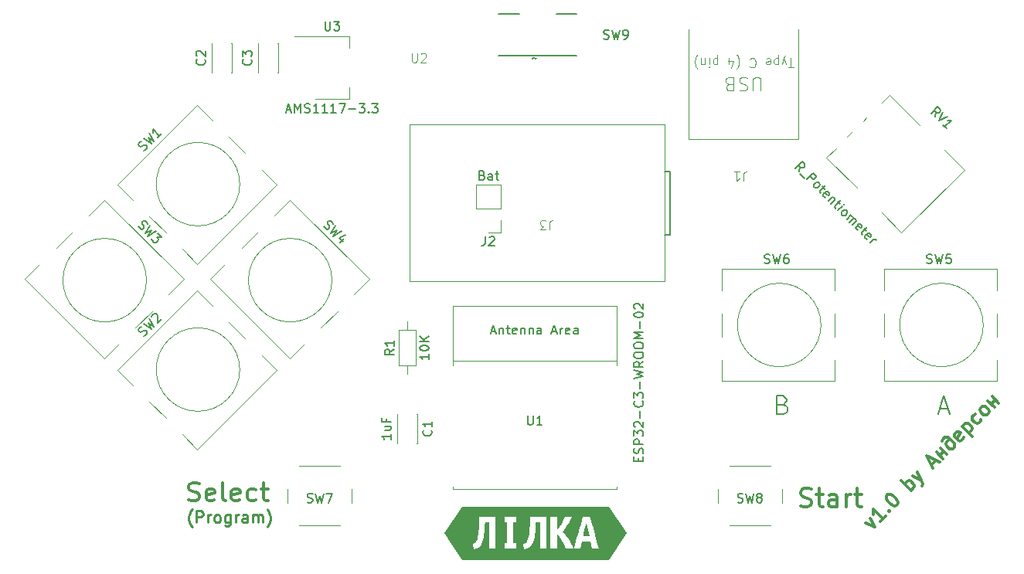
<source format=gbr>
%TF.GenerationSoftware,KiCad,Pcbnew,7.0.10*%
%TF.CreationDate,2024-01-30T15:10:23+02:00*%
%TF.ProjectId,main,6d61696e-2e6b-4696-9361-645f70636258,rev?*%
%TF.SameCoordinates,Original*%
%TF.FileFunction,Legend,Top*%
%TF.FilePolarity,Positive*%
%FSLAX46Y46*%
G04 Gerber Fmt 4.6, Leading zero omitted, Abs format (unit mm)*
G04 Created by KiCad (PCBNEW 7.0.10) date 2024-01-30 15:10:23*
%MOMM*%
%LPD*%
G01*
G04 APERTURE LIST*
%ADD10C,0.200000*%
%ADD11C,0.250000*%
%ADD12C,0.300000*%
%ADD13C,0.100000*%
%ADD14C,0.150000*%
%ADD15C,0.120000*%
G04 APERTURE END LIST*
D10*
X92804429Y-100270675D02*
X93116652Y-100270675D01*
X93116652Y-105410000D01*
X92804429Y-105410000D01*
X92804429Y-100270675D01*
G36*
X92804429Y-100270675D02*
G01*
X93116652Y-100270675D01*
X93116652Y-105410000D01*
X92804429Y-105410000D01*
X92804429Y-100270675D01*
G37*
X94544914Y-100531997D02*
X94996000Y-100531997D01*
X94996000Y-105410000D01*
X94544914Y-105410000D01*
X94544914Y-100531997D01*
G36*
X94544914Y-100531997D02*
G01*
X94996000Y-100531997D01*
X94996000Y-105410000D01*
X94544914Y-105410000D01*
X94544914Y-100531997D01*
G37*
D11*
X58985234Y-102164214D02*
X58925711Y-102104690D01*
X58925711Y-102104690D02*
X58806663Y-101926119D01*
X58806663Y-101926119D02*
X58747139Y-101807071D01*
X58747139Y-101807071D02*
X58687615Y-101628500D01*
X58687615Y-101628500D02*
X58628092Y-101330880D01*
X58628092Y-101330880D02*
X58628092Y-101092785D01*
X58628092Y-101092785D02*
X58687615Y-100795166D01*
X58687615Y-100795166D02*
X58747139Y-100616595D01*
X58747139Y-100616595D02*
X58806663Y-100497547D01*
X58806663Y-100497547D02*
X58925711Y-100318976D01*
X58925711Y-100318976D02*
X58985234Y-100259452D01*
X59461425Y-101688023D02*
X59461425Y-100438023D01*
X59461425Y-100438023D02*
X59937615Y-100438023D01*
X59937615Y-100438023D02*
X60056663Y-100497547D01*
X60056663Y-100497547D02*
X60116186Y-100557071D01*
X60116186Y-100557071D02*
X60175710Y-100676119D01*
X60175710Y-100676119D02*
X60175710Y-100854690D01*
X60175710Y-100854690D02*
X60116186Y-100973738D01*
X60116186Y-100973738D02*
X60056663Y-101033261D01*
X60056663Y-101033261D02*
X59937615Y-101092785D01*
X59937615Y-101092785D02*
X59461425Y-101092785D01*
X60711425Y-101688023D02*
X60711425Y-100854690D01*
X60711425Y-101092785D02*
X60770948Y-100973738D01*
X60770948Y-100973738D02*
X60830472Y-100914214D01*
X60830472Y-100914214D02*
X60949520Y-100854690D01*
X60949520Y-100854690D02*
X61068567Y-100854690D01*
X61663806Y-101688023D02*
X61544758Y-101628500D01*
X61544758Y-101628500D02*
X61485235Y-101568976D01*
X61485235Y-101568976D02*
X61425711Y-101449928D01*
X61425711Y-101449928D02*
X61425711Y-101092785D01*
X61425711Y-101092785D02*
X61485235Y-100973738D01*
X61485235Y-100973738D02*
X61544758Y-100914214D01*
X61544758Y-100914214D02*
X61663806Y-100854690D01*
X61663806Y-100854690D02*
X61842377Y-100854690D01*
X61842377Y-100854690D02*
X61961425Y-100914214D01*
X61961425Y-100914214D02*
X62020949Y-100973738D01*
X62020949Y-100973738D02*
X62080473Y-101092785D01*
X62080473Y-101092785D02*
X62080473Y-101449928D01*
X62080473Y-101449928D02*
X62020949Y-101568976D01*
X62020949Y-101568976D02*
X61961425Y-101628500D01*
X61961425Y-101628500D02*
X61842377Y-101688023D01*
X61842377Y-101688023D02*
X61663806Y-101688023D01*
X63151901Y-100854690D02*
X63151901Y-101866595D01*
X63151901Y-101866595D02*
X63092377Y-101985642D01*
X63092377Y-101985642D02*
X63032853Y-102045166D01*
X63032853Y-102045166D02*
X62913806Y-102104690D01*
X62913806Y-102104690D02*
X62735234Y-102104690D01*
X62735234Y-102104690D02*
X62616187Y-102045166D01*
X63151901Y-101628500D02*
X63032853Y-101688023D01*
X63032853Y-101688023D02*
X62794758Y-101688023D01*
X62794758Y-101688023D02*
X62675710Y-101628500D01*
X62675710Y-101628500D02*
X62616187Y-101568976D01*
X62616187Y-101568976D02*
X62556663Y-101449928D01*
X62556663Y-101449928D02*
X62556663Y-101092785D01*
X62556663Y-101092785D02*
X62616187Y-100973738D01*
X62616187Y-100973738D02*
X62675710Y-100914214D01*
X62675710Y-100914214D02*
X62794758Y-100854690D01*
X62794758Y-100854690D02*
X63032853Y-100854690D01*
X63032853Y-100854690D02*
X63151901Y-100914214D01*
X63747139Y-101688023D02*
X63747139Y-100854690D01*
X63747139Y-101092785D02*
X63806662Y-100973738D01*
X63806662Y-100973738D02*
X63866186Y-100914214D01*
X63866186Y-100914214D02*
X63985234Y-100854690D01*
X63985234Y-100854690D02*
X64104281Y-100854690D01*
X65056663Y-101688023D02*
X65056663Y-101033261D01*
X65056663Y-101033261D02*
X64997139Y-100914214D01*
X64997139Y-100914214D02*
X64878091Y-100854690D01*
X64878091Y-100854690D02*
X64639996Y-100854690D01*
X64639996Y-100854690D02*
X64520949Y-100914214D01*
X65056663Y-101628500D02*
X64937615Y-101688023D01*
X64937615Y-101688023D02*
X64639996Y-101688023D01*
X64639996Y-101688023D02*
X64520949Y-101628500D01*
X64520949Y-101628500D02*
X64461425Y-101509452D01*
X64461425Y-101509452D02*
X64461425Y-101390404D01*
X64461425Y-101390404D02*
X64520949Y-101271357D01*
X64520949Y-101271357D02*
X64639996Y-101211833D01*
X64639996Y-101211833D02*
X64937615Y-101211833D01*
X64937615Y-101211833D02*
X65056663Y-101152309D01*
X65651901Y-101688023D02*
X65651901Y-100854690D01*
X65651901Y-100973738D02*
X65711424Y-100914214D01*
X65711424Y-100914214D02*
X65830472Y-100854690D01*
X65830472Y-100854690D02*
X66009043Y-100854690D01*
X66009043Y-100854690D02*
X66128091Y-100914214D01*
X66128091Y-100914214D02*
X66187615Y-101033261D01*
X66187615Y-101033261D02*
X66187615Y-101688023D01*
X66187615Y-101033261D02*
X66247139Y-100914214D01*
X66247139Y-100914214D02*
X66366186Y-100854690D01*
X66366186Y-100854690D02*
X66544758Y-100854690D01*
X66544758Y-100854690D02*
X66663805Y-100914214D01*
X66663805Y-100914214D02*
X66723329Y-101033261D01*
X66723329Y-101033261D02*
X66723329Y-101688023D01*
X67199520Y-102164214D02*
X67259044Y-102104690D01*
X67259044Y-102104690D02*
X67378091Y-101926119D01*
X67378091Y-101926119D02*
X67437615Y-101807071D01*
X67437615Y-101807071D02*
X67497139Y-101628500D01*
X67497139Y-101628500D02*
X67556663Y-101330880D01*
X67556663Y-101330880D02*
X67556663Y-101092785D01*
X67556663Y-101092785D02*
X67497139Y-100795166D01*
X67497139Y-100795166D02*
X67437615Y-100616595D01*
X67437615Y-100616595D02*
X67378091Y-100497547D01*
X67378091Y-100497547D02*
X67259044Y-100318976D01*
X67259044Y-100318976D02*
X67199520Y-100259452D01*
D12*
X132793140Y-101730974D02*
X133752785Y-102185543D01*
X133752785Y-102185543D02*
X133298217Y-101225898D01*
X134964968Y-100973360D02*
X134358877Y-101579451D01*
X134661922Y-101276406D02*
X133601262Y-100215745D01*
X133601262Y-100215745D02*
X133651770Y-100468284D01*
X133651770Y-100468284D02*
X133651770Y-100670314D01*
X133651770Y-100670314D02*
X133601262Y-100821837D01*
X135318521Y-100417776D02*
X135419537Y-100417776D01*
X135419537Y-100417776D02*
X135419537Y-100518791D01*
X135419537Y-100518791D02*
X135318521Y-100518791D01*
X135318521Y-100518791D02*
X135318521Y-100417776D01*
X135318521Y-100417776D02*
X135419537Y-100518791D01*
X135065983Y-98751024D02*
X135166999Y-98650009D01*
X135166999Y-98650009D02*
X135318522Y-98599501D01*
X135318522Y-98599501D02*
X135419537Y-98599501D01*
X135419537Y-98599501D02*
X135571060Y-98650009D01*
X135571060Y-98650009D02*
X135823598Y-98801532D01*
X135823598Y-98801532D02*
X136076136Y-99054070D01*
X136076136Y-99054070D02*
X136227659Y-99306608D01*
X136227659Y-99306608D02*
X136278166Y-99458131D01*
X136278166Y-99458131D02*
X136278166Y-99559146D01*
X136278166Y-99559146D02*
X136227659Y-99710669D01*
X136227659Y-99710669D02*
X136126644Y-99811684D01*
X136126644Y-99811684D02*
X135975121Y-99862192D01*
X135975121Y-99862192D02*
X135874105Y-99862192D01*
X135874105Y-99862192D02*
X135722583Y-99811684D01*
X135722583Y-99811684D02*
X135470044Y-99660162D01*
X135470044Y-99660162D02*
X135217506Y-99407623D01*
X135217506Y-99407623D02*
X135065983Y-99155085D01*
X135065983Y-99155085D02*
X135015476Y-99003562D01*
X135015476Y-99003562D02*
X135015476Y-98902547D01*
X135015476Y-98902547D02*
X135065983Y-98751024D01*
X137742887Y-98195441D02*
X136682227Y-97134781D01*
X137086288Y-97538842D02*
X137136796Y-97387319D01*
X137136796Y-97387319D02*
X137338826Y-97185288D01*
X137338826Y-97185288D02*
X137490349Y-97134781D01*
X137490349Y-97134781D02*
X137591364Y-97134781D01*
X137591364Y-97134781D02*
X137742887Y-97185288D01*
X137742887Y-97185288D02*
X138045933Y-97488334D01*
X138045933Y-97488334D02*
X138096441Y-97639857D01*
X138096441Y-97639857D02*
X138096441Y-97740872D01*
X138096441Y-97740872D02*
X138045933Y-97892395D01*
X138045933Y-97892395D02*
X137843903Y-98094426D01*
X137843903Y-98094426D02*
X137692380Y-98144933D01*
X137894410Y-96629704D02*
X138854055Y-97084273D01*
X138399487Y-96124628D02*
X138854055Y-97084273D01*
X138854055Y-97084273D02*
X139005578Y-97437826D01*
X139005578Y-97437826D02*
X139005578Y-97538842D01*
X139005578Y-97538842D02*
X138955070Y-97690364D01*
X139965223Y-95367014D02*
X140470299Y-94861938D01*
X140167253Y-95771075D02*
X139460146Y-94356861D01*
X139460146Y-94356861D02*
X140874360Y-95063968D01*
X140874360Y-94356861D02*
X141328928Y-93902293D01*
X140520806Y-94003308D02*
X141227913Y-94710415D01*
X140975375Y-93548739D02*
X141682482Y-94255846D01*
X142086543Y-92639602D02*
X141985528Y-92639602D01*
X141985528Y-92639602D02*
X141834005Y-92690110D01*
X141834005Y-92690110D02*
X141631974Y-92892140D01*
X141631974Y-92892140D02*
X141581467Y-93043663D01*
X141581467Y-93043663D02*
X141581467Y-93144678D01*
X141581467Y-93144678D02*
X141631974Y-93296201D01*
X141631974Y-93296201D02*
X141935020Y-93599247D01*
X141935020Y-93599247D02*
X142086543Y-93649755D01*
X142086543Y-93649755D02*
X142187558Y-93649755D01*
X142187558Y-93649755D02*
X142339081Y-93599247D01*
X142339081Y-93599247D02*
X142490604Y-93447724D01*
X142490604Y-93447724D02*
X142541112Y-93296201D01*
X142541112Y-93296201D02*
X142541112Y-93195186D01*
X142541112Y-93195186D02*
X142490604Y-93043663D01*
X142490604Y-93043663D02*
X141834005Y-92387064D01*
X141834005Y-92387064D02*
X141682482Y-92336556D01*
X141682482Y-92336556D02*
X141581467Y-92336556D01*
X141581467Y-92336556D02*
X141429944Y-92387064D01*
X141429944Y-92387064D02*
X141227913Y-92589094D01*
X141227913Y-92589094D02*
X141177406Y-92740617D01*
X143500757Y-92336556D02*
X143450249Y-92488079D01*
X143450249Y-92488079D02*
X143248219Y-92690110D01*
X143248219Y-92690110D02*
X143096696Y-92740617D01*
X143096696Y-92740617D02*
X142945173Y-92690110D01*
X142945173Y-92690110D02*
X142541112Y-92286049D01*
X142541112Y-92286049D02*
X142490604Y-92134526D01*
X142490604Y-92134526D02*
X142541112Y-91983003D01*
X142541112Y-91983003D02*
X142743142Y-91780972D01*
X142743142Y-91780972D02*
X142894665Y-91730465D01*
X142894665Y-91730465D02*
X143046188Y-91780972D01*
X143046188Y-91780972D02*
X143147203Y-91881988D01*
X143147203Y-91881988D02*
X142743142Y-92488079D01*
X143349234Y-91174881D02*
X144409894Y-92235541D01*
X143399741Y-91225389D02*
X143450249Y-91073866D01*
X143450249Y-91073866D02*
X143652279Y-90871835D01*
X143652279Y-90871835D02*
X143803802Y-90821328D01*
X143803802Y-90821328D02*
X143904817Y-90821328D01*
X143904817Y-90821328D02*
X144056340Y-90871835D01*
X144056340Y-90871835D02*
X144359386Y-91174881D01*
X144359386Y-91174881D02*
X144409894Y-91326404D01*
X144409894Y-91326404D02*
X144409894Y-91427419D01*
X144409894Y-91427419D02*
X144359386Y-91578942D01*
X144359386Y-91578942D02*
X144157356Y-91780972D01*
X144157356Y-91780972D02*
X144005833Y-91831480D01*
X145420046Y-90417266D02*
X145369539Y-90568789D01*
X145369539Y-90568789D02*
X145167508Y-90770820D01*
X145167508Y-90770820D02*
X145015985Y-90821327D01*
X145015985Y-90821327D02*
X144914970Y-90821327D01*
X144914970Y-90821327D02*
X144763447Y-90770820D01*
X144763447Y-90770820D02*
X144460401Y-90467774D01*
X144460401Y-90467774D02*
X144409894Y-90316251D01*
X144409894Y-90316251D02*
X144409894Y-90215236D01*
X144409894Y-90215236D02*
X144460401Y-90063713D01*
X144460401Y-90063713D02*
X144662432Y-89861683D01*
X144662432Y-89861683D02*
X144813955Y-89811175D01*
X146076645Y-89861683D02*
X145925122Y-89912190D01*
X145925122Y-89912190D02*
X145824107Y-89912190D01*
X145824107Y-89912190D02*
X145672584Y-89861683D01*
X145672584Y-89861683D02*
X145369539Y-89558637D01*
X145369539Y-89558637D02*
X145319031Y-89407114D01*
X145319031Y-89407114D02*
X145319031Y-89306099D01*
X145319031Y-89306099D02*
X145369539Y-89154576D01*
X145369539Y-89154576D02*
X145521061Y-89003053D01*
X145521061Y-89003053D02*
X145672584Y-88952545D01*
X145672584Y-88952545D02*
X145773600Y-88952545D01*
X145773600Y-88952545D02*
X145925122Y-89003053D01*
X145925122Y-89003053D02*
X146228168Y-89306099D01*
X146228168Y-89306099D02*
X146278676Y-89457622D01*
X146278676Y-89457622D02*
X146278676Y-89558637D01*
X146278676Y-89558637D02*
X146228168Y-89710160D01*
X146228168Y-89710160D02*
X146076645Y-89861683D01*
X146531214Y-88700007D02*
X146985783Y-88245439D01*
X146177661Y-88346454D02*
X146884767Y-89053561D01*
X146632229Y-87891885D02*
X147339336Y-88598992D01*
D13*
X83058095Y-50257419D02*
X83058095Y-51066942D01*
X83058095Y-51066942D02*
X83105714Y-51162180D01*
X83105714Y-51162180D02*
X83153333Y-51209800D01*
X83153333Y-51209800D02*
X83248571Y-51257419D01*
X83248571Y-51257419D02*
X83439047Y-51257419D01*
X83439047Y-51257419D02*
X83534285Y-51209800D01*
X83534285Y-51209800D02*
X83581904Y-51162180D01*
X83581904Y-51162180D02*
X83629523Y-51066942D01*
X83629523Y-51066942D02*
X83629523Y-50257419D01*
X84058095Y-50352657D02*
X84105714Y-50305038D01*
X84105714Y-50305038D02*
X84200952Y-50257419D01*
X84200952Y-50257419D02*
X84439047Y-50257419D01*
X84439047Y-50257419D02*
X84534285Y-50305038D01*
X84534285Y-50305038D02*
X84581904Y-50352657D01*
X84581904Y-50352657D02*
X84629523Y-50447895D01*
X84629523Y-50447895D02*
X84629523Y-50543133D01*
X84629523Y-50543133D02*
X84581904Y-50685990D01*
X84581904Y-50685990D02*
X84010476Y-51257419D01*
X84010476Y-51257419D02*
X84629523Y-51257419D01*
D14*
X96258095Y-50873866D02*
X96305714Y-50826247D01*
X96305714Y-50826247D02*
X96400952Y-50778628D01*
X96400952Y-50778628D02*
X96591428Y-50873866D01*
X96591428Y-50873866D02*
X96686666Y-50826247D01*
X96686666Y-50826247D02*
X96734285Y-50778628D01*
X73399084Y-69203717D02*
X73466427Y-69338404D01*
X73466427Y-69338404D02*
X73634786Y-69506762D01*
X73634786Y-69506762D02*
X73735801Y-69540434D01*
X73735801Y-69540434D02*
X73803145Y-69540434D01*
X73803145Y-69540434D02*
X73904160Y-69506762D01*
X73904160Y-69506762D02*
X73971504Y-69439419D01*
X73971504Y-69439419D02*
X74005175Y-69338404D01*
X74005175Y-69338404D02*
X74005175Y-69271060D01*
X74005175Y-69271060D02*
X73971504Y-69170045D01*
X73971504Y-69170045D02*
X73870488Y-69001686D01*
X73870488Y-69001686D02*
X73836817Y-68900671D01*
X73836817Y-68900671D02*
X73836817Y-68833327D01*
X73836817Y-68833327D02*
X73870488Y-68732312D01*
X73870488Y-68732312D02*
X73937832Y-68664969D01*
X73937832Y-68664969D02*
X74038847Y-68631297D01*
X74038847Y-68631297D02*
X74106191Y-68631297D01*
X74106191Y-68631297D02*
X74207206Y-68664969D01*
X74207206Y-68664969D02*
X74375565Y-68833327D01*
X74375565Y-68833327D02*
X74442908Y-68968014D01*
X74712282Y-69170045D02*
X74173534Y-70045511D01*
X74173534Y-70045511D02*
X74813298Y-69675121D01*
X74813298Y-69675121D02*
X74442908Y-70314885D01*
X74442908Y-70314885D02*
X75318374Y-69776137D01*
X75655091Y-70584258D02*
X75183687Y-71055663D01*
X75756106Y-70146526D02*
X75082671Y-70483243D01*
X75082671Y-70483243D02*
X75520404Y-70920976D01*
X53689217Y-81266415D02*
X53823904Y-81199072D01*
X53823904Y-81199072D02*
X53992262Y-81030713D01*
X53992262Y-81030713D02*
X54025934Y-80929698D01*
X54025934Y-80929698D02*
X54025934Y-80862354D01*
X54025934Y-80862354D02*
X53992262Y-80761339D01*
X53992262Y-80761339D02*
X53924919Y-80693995D01*
X53924919Y-80693995D02*
X53823904Y-80660324D01*
X53823904Y-80660324D02*
X53756560Y-80660324D01*
X53756560Y-80660324D02*
X53655545Y-80693995D01*
X53655545Y-80693995D02*
X53487186Y-80795011D01*
X53487186Y-80795011D02*
X53386171Y-80828682D01*
X53386171Y-80828682D02*
X53318827Y-80828682D01*
X53318827Y-80828682D02*
X53217812Y-80795011D01*
X53217812Y-80795011D02*
X53150469Y-80727667D01*
X53150469Y-80727667D02*
X53116797Y-80626652D01*
X53116797Y-80626652D02*
X53116797Y-80559308D01*
X53116797Y-80559308D02*
X53150469Y-80458293D01*
X53150469Y-80458293D02*
X53318827Y-80289934D01*
X53318827Y-80289934D02*
X53453514Y-80222591D01*
X53655545Y-79953217D02*
X54531011Y-80491965D01*
X54531011Y-80491965D02*
X54160621Y-79852201D01*
X54160621Y-79852201D02*
X54800385Y-80222591D01*
X54800385Y-80222591D02*
X54261637Y-79347125D01*
X54564682Y-79178767D02*
X54564682Y-79111423D01*
X54564682Y-79111423D02*
X54598354Y-79010408D01*
X54598354Y-79010408D02*
X54766713Y-78842049D01*
X54766713Y-78842049D02*
X54867728Y-78808377D01*
X54867728Y-78808377D02*
X54935071Y-78808377D01*
X54935071Y-78808377D02*
X55036087Y-78842049D01*
X55036087Y-78842049D02*
X55103430Y-78909393D01*
X55103430Y-78909393D02*
X55170774Y-79044080D01*
X55170774Y-79044080D02*
X55170774Y-79852202D01*
X55170774Y-79852202D02*
X55608506Y-79414469D01*
X139476667Y-73257200D02*
X139619524Y-73304819D01*
X139619524Y-73304819D02*
X139857619Y-73304819D01*
X139857619Y-73304819D02*
X139952857Y-73257200D01*
X139952857Y-73257200D02*
X140000476Y-73209580D01*
X140000476Y-73209580D02*
X140048095Y-73114342D01*
X140048095Y-73114342D02*
X140048095Y-73019104D01*
X140048095Y-73019104D02*
X140000476Y-72923866D01*
X140000476Y-72923866D02*
X139952857Y-72876247D01*
X139952857Y-72876247D02*
X139857619Y-72828628D01*
X139857619Y-72828628D02*
X139667143Y-72781009D01*
X139667143Y-72781009D02*
X139571905Y-72733390D01*
X139571905Y-72733390D02*
X139524286Y-72685771D01*
X139524286Y-72685771D02*
X139476667Y-72590533D01*
X139476667Y-72590533D02*
X139476667Y-72495295D01*
X139476667Y-72495295D02*
X139524286Y-72400057D01*
X139524286Y-72400057D02*
X139571905Y-72352438D01*
X139571905Y-72352438D02*
X139667143Y-72304819D01*
X139667143Y-72304819D02*
X139905238Y-72304819D01*
X139905238Y-72304819D02*
X140048095Y-72352438D01*
X140381429Y-72304819D02*
X140619524Y-73304819D01*
X140619524Y-73304819D02*
X140810000Y-72590533D01*
X140810000Y-72590533D02*
X141000476Y-73304819D01*
X141000476Y-73304819D02*
X141238572Y-72304819D01*
X142095714Y-72304819D02*
X141619524Y-72304819D01*
X141619524Y-72304819D02*
X141571905Y-72781009D01*
X141571905Y-72781009D02*
X141619524Y-72733390D01*
X141619524Y-72733390D02*
X141714762Y-72685771D01*
X141714762Y-72685771D02*
X141952857Y-72685771D01*
X141952857Y-72685771D02*
X142048095Y-72733390D01*
X142048095Y-72733390D02*
X142095714Y-72781009D01*
X142095714Y-72781009D02*
X142143333Y-72876247D01*
X142143333Y-72876247D02*
X142143333Y-73114342D01*
X142143333Y-73114342D02*
X142095714Y-73209580D01*
X142095714Y-73209580D02*
X142048095Y-73257200D01*
X142048095Y-73257200D02*
X141952857Y-73304819D01*
X141952857Y-73304819D02*
X141714762Y-73304819D01*
X141714762Y-73304819D02*
X141619524Y-73257200D01*
X141619524Y-73257200D02*
X141571905Y-73209580D01*
X140873809Y-89246009D02*
X141826190Y-89246009D01*
X140683333Y-89817438D02*
X141349999Y-87817438D01*
X141349999Y-87817438D02*
X142016666Y-89817438D01*
D13*
X98123333Y-69582580D02*
X98123333Y-68868295D01*
X98123333Y-68868295D02*
X98170952Y-68725438D01*
X98170952Y-68725438D02*
X98266190Y-68630200D01*
X98266190Y-68630200D02*
X98409047Y-68582580D01*
X98409047Y-68582580D02*
X98504285Y-68582580D01*
X97742380Y-69582580D02*
X97123333Y-69582580D01*
X97123333Y-69582580D02*
X97456666Y-69201628D01*
X97456666Y-69201628D02*
X97313809Y-69201628D01*
X97313809Y-69201628D02*
X97218571Y-69154009D01*
X97218571Y-69154009D02*
X97170952Y-69106390D01*
X97170952Y-69106390D02*
X97123333Y-69011152D01*
X97123333Y-69011152D02*
X97123333Y-68773057D01*
X97123333Y-68773057D02*
X97170952Y-68677819D01*
X97170952Y-68677819D02*
X97218571Y-68630200D01*
X97218571Y-68630200D02*
X97313809Y-68582580D01*
X97313809Y-68582580D02*
X97599523Y-68582580D01*
X97599523Y-68582580D02*
X97694761Y-68630200D01*
X97694761Y-68630200D02*
X97742380Y-68677819D01*
D14*
X91106666Y-70364819D02*
X91106666Y-71079104D01*
X91106666Y-71079104D02*
X91059047Y-71221961D01*
X91059047Y-71221961D02*
X90963809Y-71317200D01*
X90963809Y-71317200D02*
X90820952Y-71364819D01*
X90820952Y-71364819D02*
X90725714Y-71364819D01*
X91535238Y-70460057D02*
X91582857Y-70412438D01*
X91582857Y-70412438D02*
X91678095Y-70364819D01*
X91678095Y-70364819D02*
X91916190Y-70364819D01*
X91916190Y-70364819D02*
X92011428Y-70412438D01*
X92011428Y-70412438D02*
X92059047Y-70460057D01*
X92059047Y-70460057D02*
X92106666Y-70555295D01*
X92106666Y-70555295D02*
X92106666Y-70650533D01*
X92106666Y-70650533D02*
X92059047Y-70793390D01*
X92059047Y-70793390D02*
X91487619Y-71364819D01*
X91487619Y-71364819D02*
X92106666Y-71364819D01*
X90773333Y-63641009D02*
X90916190Y-63688628D01*
X90916190Y-63688628D02*
X90963809Y-63736247D01*
X90963809Y-63736247D02*
X91011428Y-63831485D01*
X91011428Y-63831485D02*
X91011428Y-63974342D01*
X91011428Y-63974342D02*
X90963809Y-64069580D01*
X90963809Y-64069580D02*
X90916190Y-64117200D01*
X90916190Y-64117200D02*
X90820952Y-64164819D01*
X90820952Y-64164819D02*
X90440000Y-64164819D01*
X90440000Y-64164819D02*
X90440000Y-63164819D01*
X90440000Y-63164819D02*
X90773333Y-63164819D01*
X90773333Y-63164819D02*
X90868571Y-63212438D01*
X90868571Y-63212438D02*
X90916190Y-63260057D01*
X90916190Y-63260057D02*
X90963809Y-63355295D01*
X90963809Y-63355295D02*
X90963809Y-63450533D01*
X90963809Y-63450533D02*
X90916190Y-63545771D01*
X90916190Y-63545771D02*
X90868571Y-63593390D01*
X90868571Y-63593390D02*
X90773333Y-63641009D01*
X90773333Y-63641009D02*
X90440000Y-63641009D01*
X91868571Y-64164819D02*
X91868571Y-63641009D01*
X91868571Y-63641009D02*
X91820952Y-63545771D01*
X91820952Y-63545771D02*
X91725714Y-63498152D01*
X91725714Y-63498152D02*
X91535238Y-63498152D01*
X91535238Y-63498152D02*
X91440000Y-63545771D01*
X91868571Y-64117200D02*
X91773333Y-64164819D01*
X91773333Y-64164819D02*
X91535238Y-64164819D01*
X91535238Y-64164819D02*
X91440000Y-64117200D01*
X91440000Y-64117200D02*
X91392381Y-64021961D01*
X91392381Y-64021961D02*
X91392381Y-63926723D01*
X91392381Y-63926723D02*
X91440000Y-63831485D01*
X91440000Y-63831485D02*
X91535238Y-63783866D01*
X91535238Y-63783866D02*
X91773333Y-63783866D01*
X91773333Y-63783866D02*
X91868571Y-63736247D01*
X92201905Y-63498152D02*
X92582857Y-63498152D01*
X92344762Y-63164819D02*
X92344762Y-64021961D01*
X92344762Y-64021961D02*
X92392381Y-64117200D01*
X92392381Y-64117200D02*
X92487619Y-64164819D01*
X92487619Y-64164819D02*
X92582857Y-64164819D01*
X73558095Y-46784819D02*
X73558095Y-47594342D01*
X73558095Y-47594342D02*
X73605714Y-47689580D01*
X73605714Y-47689580D02*
X73653333Y-47737200D01*
X73653333Y-47737200D02*
X73748571Y-47784819D01*
X73748571Y-47784819D02*
X73939047Y-47784819D01*
X73939047Y-47784819D02*
X74034285Y-47737200D01*
X74034285Y-47737200D02*
X74081904Y-47689580D01*
X74081904Y-47689580D02*
X74129523Y-47594342D01*
X74129523Y-47594342D02*
X74129523Y-46784819D01*
X74510476Y-46784819D02*
X75129523Y-46784819D01*
X75129523Y-46784819D02*
X74796190Y-47165771D01*
X74796190Y-47165771D02*
X74939047Y-47165771D01*
X74939047Y-47165771D02*
X75034285Y-47213390D01*
X75034285Y-47213390D02*
X75081904Y-47261009D01*
X75081904Y-47261009D02*
X75129523Y-47356247D01*
X75129523Y-47356247D02*
X75129523Y-47594342D01*
X75129523Y-47594342D02*
X75081904Y-47689580D01*
X75081904Y-47689580D02*
X75034285Y-47737200D01*
X75034285Y-47737200D02*
X74939047Y-47784819D01*
X74939047Y-47784819D02*
X74653333Y-47784819D01*
X74653333Y-47784819D02*
X74558095Y-47737200D01*
X74558095Y-47737200D02*
X74510476Y-47689580D01*
X69320000Y-56499104D02*
X69796190Y-56499104D01*
X69224762Y-56784819D02*
X69558095Y-55784819D01*
X69558095Y-55784819D02*
X69891428Y-56784819D01*
X70224762Y-56784819D02*
X70224762Y-55784819D01*
X70224762Y-55784819D02*
X70558095Y-56499104D01*
X70558095Y-56499104D02*
X70891428Y-55784819D01*
X70891428Y-55784819D02*
X70891428Y-56784819D01*
X71320000Y-56737200D02*
X71462857Y-56784819D01*
X71462857Y-56784819D02*
X71700952Y-56784819D01*
X71700952Y-56784819D02*
X71796190Y-56737200D01*
X71796190Y-56737200D02*
X71843809Y-56689580D01*
X71843809Y-56689580D02*
X71891428Y-56594342D01*
X71891428Y-56594342D02*
X71891428Y-56499104D01*
X71891428Y-56499104D02*
X71843809Y-56403866D01*
X71843809Y-56403866D02*
X71796190Y-56356247D01*
X71796190Y-56356247D02*
X71700952Y-56308628D01*
X71700952Y-56308628D02*
X71510476Y-56261009D01*
X71510476Y-56261009D02*
X71415238Y-56213390D01*
X71415238Y-56213390D02*
X71367619Y-56165771D01*
X71367619Y-56165771D02*
X71320000Y-56070533D01*
X71320000Y-56070533D02*
X71320000Y-55975295D01*
X71320000Y-55975295D02*
X71367619Y-55880057D01*
X71367619Y-55880057D02*
X71415238Y-55832438D01*
X71415238Y-55832438D02*
X71510476Y-55784819D01*
X71510476Y-55784819D02*
X71748571Y-55784819D01*
X71748571Y-55784819D02*
X71891428Y-55832438D01*
X72843809Y-56784819D02*
X72272381Y-56784819D01*
X72558095Y-56784819D02*
X72558095Y-55784819D01*
X72558095Y-55784819D02*
X72462857Y-55927676D01*
X72462857Y-55927676D02*
X72367619Y-56022914D01*
X72367619Y-56022914D02*
X72272381Y-56070533D01*
X73796190Y-56784819D02*
X73224762Y-56784819D01*
X73510476Y-56784819D02*
X73510476Y-55784819D01*
X73510476Y-55784819D02*
X73415238Y-55927676D01*
X73415238Y-55927676D02*
X73320000Y-56022914D01*
X73320000Y-56022914D02*
X73224762Y-56070533D01*
X74748571Y-56784819D02*
X74177143Y-56784819D01*
X74462857Y-56784819D02*
X74462857Y-55784819D01*
X74462857Y-55784819D02*
X74367619Y-55927676D01*
X74367619Y-55927676D02*
X74272381Y-56022914D01*
X74272381Y-56022914D02*
X74177143Y-56070533D01*
X75081905Y-55784819D02*
X75748571Y-55784819D01*
X75748571Y-55784819D02*
X75320000Y-56784819D01*
X76129524Y-56403866D02*
X76891429Y-56403866D01*
X77272381Y-55784819D02*
X77891428Y-55784819D01*
X77891428Y-55784819D02*
X77558095Y-56165771D01*
X77558095Y-56165771D02*
X77700952Y-56165771D01*
X77700952Y-56165771D02*
X77796190Y-56213390D01*
X77796190Y-56213390D02*
X77843809Y-56261009D01*
X77843809Y-56261009D02*
X77891428Y-56356247D01*
X77891428Y-56356247D02*
X77891428Y-56594342D01*
X77891428Y-56594342D02*
X77843809Y-56689580D01*
X77843809Y-56689580D02*
X77796190Y-56737200D01*
X77796190Y-56737200D02*
X77700952Y-56784819D01*
X77700952Y-56784819D02*
X77415238Y-56784819D01*
X77415238Y-56784819D02*
X77320000Y-56737200D01*
X77320000Y-56737200D02*
X77272381Y-56689580D01*
X78320000Y-56689580D02*
X78367619Y-56737200D01*
X78367619Y-56737200D02*
X78320000Y-56784819D01*
X78320000Y-56784819D02*
X78272381Y-56737200D01*
X78272381Y-56737200D02*
X78320000Y-56689580D01*
X78320000Y-56689580D02*
X78320000Y-56784819D01*
X78700952Y-55784819D02*
X79319999Y-55784819D01*
X79319999Y-55784819D02*
X78986666Y-56165771D01*
X78986666Y-56165771D02*
X79129523Y-56165771D01*
X79129523Y-56165771D02*
X79224761Y-56213390D01*
X79224761Y-56213390D02*
X79272380Y-56261009D01*
X79272380Y-56261009D02*
X79319999Y-56356247D01*
X79319999Y-56356247D02*
X79319999Y-56594342D01*
X79319999Y-56594342D02*
X79272380Y-56689580D01*
X79272380Y-56689580D02*
X79224761Y-56737200D01*
X79224761Y-56737200D02*
X79129523Y-56784819D01*
X79129523Y-56784819D02*
X78843809Y-56784819D01*
X78843809Y-56784819D02*
X78748571Y-56737200D01*
X78748571Y-56737200D02*
X78700952Y-56689580D01*
X71616667Y-99467200D02*
X71759524Y-99514819D01*
X71759524Y-99514819D02*
X71997619Y-99514819D01*
X71997619Y-99514819D02*
X72092857Y-99467200D01*
X72092857Y-99467200D02*
X72140476Y-99419580D01*
X72140476Y-99419580D02*
X72188095Y-99324342D01*
X72188095Y-99324342D02*
X72188095Y-99229104D01*
X72188095Y-99229104D02*
X72140476Y-99133866D01*
X72140476Y-99133866D02*
X72092857Y-99086247D01*
X72092857Y-99086247D02*
X71997619Y-99038628D01*
X71997619Y-99038628D02*
X71807143Y-98991009D01*
X71807143Y-98991009D02*
X71711905Y-98943390D01*
X71711905Y-98943390D02*
X71664286Y-98895771D01*
X71664286Y-98895771D02*
X71616667Y-98800533D01*
X71616667Y-98800533D02*
X71616667Y-98705295D01*
X71616667Y-98705295D02*
X71664286Y-98610057D01*
X71664286Y-98610057D02*
X71711905Y-98562438D01*
X71711905Y-98562438D02*
X71807143Y-98514819D01*
X71807143Y-98514819D02*
X72045238Y-98514819D01*
X72045238Y-98514819D02*
X72188095Y-98562438D01*
X72521429Y-98514819D02*
X72759524Y-99514819D01*
X72759524Y-99514819D02*
X72950000Y-98800533D01*
X72950000Y-98800533D02*
X73140476Y-99514819D01*
X73140476Y-99514819D02*
X73378572Y-98514819D01*
X73664286Y-98514819D02*
X74330952Y-98514819D01*
X74330952Y-98514819D02*
X73902381Y-99514819D01*
D12*
X58626904Y-99239400D02*
X58912618Y-99334638D01*
X58912618Y-99334638D02*
X59388809Y-99334638D01*
X59388809Y-99334638D02*
X59579285Y-99239400D01*
X59579285Y-99239400D02*
X59674523Y-99144161D01*
X59674523Y-99144161D02*
X59769761Y-98953685D01*
X59769761Y-98953685D02*
X59769761Y-98763209D01*
X59769761Y-98763209D02*
X59674523Y-98572733D01*
X59674523Y-98572733D02*
X59579285Y-98477495D01*
X59579285Y-98477495D02*
X59388809Y-98382257D01*
X59388809Y-98382257D02*
X59007856Y-98287019D01*
X59007856Y-98287019D02*
X58817380Y-98191780D01*
X58817380Y-98191780D02*
X58722142Y-98096542D01*
X58722142Y-98096542D02*
X58626904Y-97906066D01*
X58626904Y-97906066D02*
X58626904Y-97715590D01*
X58626904Y-97715590D02*
X58722142Y-97525114D01*
X58722142Y-97525114D02*
X58817380Y-97429876D01*
X58817380Y-97429876D02*
X59007856Y-97334638D01*
X59007856Y-97334638D02*
X59484047Y-97334638D01*
X59484047Y-97334638D02*
X59769761Y-97429876D01*
X61388809Y-99239400D02*
X61198333Y-99334638D01*
X61198333Y-99334638D02*
X60817380Y-99334638D01*
X60817380Y-99334638D02*
X60626904Y-99239400D01*
X60626904Y-99239400D02*
X60531666Y-99048923D01*
X60531666Y-99048923D02*
X60531666Y-98287019D01*
X60531666Y-98287019D02*
X60626904Y-98096542D01*
X60626904Y-98096542D02*
X60817380Y-98001304D01*
X60817380Y-98001304D02*
X61198333Y-98001304D01*
X61198333Y-98001304D02*
X61388809Y-98096542D01*
X61388809Y-98096542D02*
X61484047Y-98287019D01*
X61484047Y-98287019D02*
X61484047Y-98477495D01*
X61484047Y-98477495D02*
X60531666Y-98667971D01*
X62626904Y-99334638D02*
X62436428Y-99239400D01*
X62436428Y-99239400D02*
X62341190Y-99048923D01*
X62341190Y-99048923D02*
X62341190Y-97334638D01*
X64150714Y-99239400D02*
X63960238Y-99334638D01*
X63960238Y-99334638D02*
X63579285Y-99334638D01*
X63579285Y-99334638D02*
X63388809Y-99239400D01*
X63388809Y-99239400D02*
X63293571Y-99048923D01*
X63293571Y-99048923D02*
X63293571Y-98287019D01*
X63293571Y-98287019D02*
X63388809Y-98096542D01*
X63388809Y-98096542D02*
X63579285Y-98001304D01*
X63579285Y-98001304D02*
X63960238Y-98001304D01*
X63960238Y-98001304D02*
X64150714Y-98096542D01*
X64150714Y-98096542D02*
X64245952Y-98287019D01*
X64245952Y-98287019D02*
X64245952Y-98477495D01*
X64245952Y-98477495D02*
X63293571Y-98667971D01*
X65960238Y-99239400D02*
X65769762Y-99334638D01*
X65769762Y-99334638D02*
X65388809Y-99334638D01*
X65388809Y-99334638D02*
X65198333Y-99239400D01*
X65198333Y-99239400D02*
X65103095Y-99144161D01*
X65103095Y-99144161D02*
X65007857Y-98953685D01*
X65007857Y-98953685D02*
X65007857Y-98382257D01*
X65007857Y-98382257D02*
X65103095Y-98191780D01*
X65103095Y-98191780D02*
X65198333Y-98096542D01*
X65198333Y-98096542D02*
X65388809Y-98001304D01*
X65388809Y-98001304D02*
X65769762Y-98001304D01*
X65769762Y-98001304D02*
X65960238Y-98096542D01*
X66531667Y-98001304D02*
X67293571Y-98001304D01*
X66817381Y-97334638D02*
X66817381Y-99048923D01*
X66817381Y-99048923D02*
X66912619Y-99239400D01*
X66912619Y-99239400D02*
X67103095Y-99334638D01*
X67103095Y-99334638D02*
X67293571Y-99334638D01*
D14*
X53689217Y-60946415D02*
X53823904Y-60879072D01*
X53823904Y-60879072D02*
X53992262Y-60710713D01*
X53992262Y-60710713D02*
X54025934Y-60609698D01*
X54025934Y-60609698D02*
X54025934Y-60542354D01*
X54025934Y-60542354D02*
X53992262Y-60441339D01*
X53992262Y-60441339D02*
X53924919Y-60373995D01*
X53924919Y-60373995D02*
X53823904Y-60340324D01*
X53823904Y-60340324D02*
X53756560Y-60340324D01*
X53756560Y-60340324D02*
X53655545Y-60373995D01*
X53655545Y-60373995D02*
X53487186Y-60475011D01*
X53487186Y-60475011D02*
X53386171Y-60508682D01*
X53386171Y-60508682D02*
X53318827Y-60508682D01*
X53318827Y-60508682D02*
X53217812Y-60475011D01*
X53217812Y-60475011D02*
X53150469Y-60407667D01*
X53150469Y-60407667D02*
X53116797Y-60306652D01*
X53116797Y-60306652D02*
X53116797Y-60239308D01*
X53116797Y-60239308D02*
X53150469Y-60138293D01*
X53150469Y-60138293D02*
X53318827Y-59969934D01*
X53318827Y-59969934D02*
X53453514Y-59902591D01*
X53655545Y-59633217D02*
X54531011Y-60171965D01*
X54531011Y-60171965D02*
X54160621Y-59532201D01*
X54160621Y-59532201D02*
X54800385Y-59902591D01*
X54800385Y-59902591D02*
X54261637Y-59027125D01*
X55608506Y-59094469D02*
X55204445Y-59498530D01*
X55406476Y-59296499D02*
X54699369Y-58589393D01*
X54699369Y-58589393D02*
X54733041Y-58757751D01*
X54733041Y-58757751D02*
X54733041Y-58892438D01*
X54733041Y-58892438D02*
X54699369Y-58993454D01*
X85159580Y-91586666D02*
X85207200Y-91634285D01*
X85207200Y-91634285D02*
X85254819Y-91777142D01*
X85254819Y-91777142D02*
X85254819Y-91872380D01*
X85254819Y-91872380D02*
X85207200Y-92015237D01*
X85207200Y-92015237D02*
X85111961Y-92110475D01*
X85111961Y-92110475D02*
X85016723Y-92158094D01*
X85016723Y-92158094D02*
X84826247Y-92205713D01*
X84826247Y-92205713D02*
X84683390Y-92205713D01*
X84683390Y-92205713D02*
X84492914Y-92158094D01*
X84492914Y-92158094D02*
X84397676Y-92110475D01*
X84397676Y-92110475D02*
X84302438Y-92015237D01*
X84302438Y-92015237D02*
X84254819Y-91872380D01*
X84254819Y-91872380D02*
X84254819Y-91777142D01*
X84254819Y-91777142D02*
X84302438Y-91634285D01*
X84302438Y-91634285D02*
X84350057Y-91586666D01*
X85254819Y-90634285D02*
X85254819Y-91205713D01*
X85254819Y-90919999D02*
X84254819Y-90919999D01*
X84254819Y-90919999D02*
X84397676Y-91015237D01*
X84397676Y-91015237D02*
X84492914Y-91110475D01*
X84492914Y-91110475D02*
X84540533Y-91205713D01*
X80754819Y-92015238D02*
X80754819Y-92586666D01*
X80754819Y-92300952D02*
X79754819Y-92300952D01*
X79754819Y-92300952D02*
X79897676Y-92396190D01*
X79897676Y-92396190D02*
X79992914Y-92491428D01*
X79992914Y-92491428D02*
X80040533Y-92586666D01*
X80088152Y-91158095D02*
X80754819Y-91158095D01*
X80088152Y-91586666D02*
X80611961Y-91586666D01*
X80611961Y-91586666D02*
X80707200Y-91539047D01*
X80707200Y-91539047D02*
X80754819Y-91443809D01*
X80754819Y-91443809D02*
X80754819Y-91300952D01*
X80754819Y-91300952D02*
X80707200Y-91205714D01*
X80707200Y-91205714D02*
X80659580Y-91158095D01*
X80231009Y-90348571D02*
X80231009Y-90681904D01*
X80754819Y-90681904D02*
X79754819Y-90681904D01*
X79754819Y-90681904D02*
X79754819Y-90205714D01*
X60339580Y-50946666D02*
X60387200Y-50994285D01*
X60387200Y-50994285D02*
X60434819Y-51137142D01*
X60434819Y-51137142D02*
X60434819Y-51232380D01*
X60434819Y-51232380D02*
X60387200Y-51375237D01*
X60387200Y-51375237D02*
X60291961Y-51470475D01*
X60291961Y-51470475D02*
X60196723Y-51518094D01*
X60196723Y-51518094D02*
X60006247Y-51565713D01*
X60006247Y-51565713D02*
X59863390Y-51565713D01*
X59863390Y-51565713D02*
X59672914Y-51518094D01*
X59672914Y-51518094D02*
X59577676Y-51470475D01*
X59577676Y-51470475D02*
X59482438Y-51375237D01*
X59482438Y-51375237D02*
X59434819Y-51232380D01*
X59434819Y-51232380D02*
X59434819Y-51137142D01*
X59434819Y-51137142D02*
X59482438Y-50994285D01*
X59482438Y-50994285D02*
X59530057Y-50946666D01*
X59530057Y-50565713D02*
X59482438Y-50518094D01*
X59482438Y-50518094D02*
X59434819Y-50422856D01*
X59434819Y-50422856D02*
X59434819Y-50184761D01*
X59434819Y-50184761D02*
X59482438Y-50089523D01*
X59482438Y-50089523D02*
X59530057Y-50041904D01*
X59530057Y-50041904D02*
X59625295Y-49994285D01*
X59625295Y-49994285D02*
X59720533Y-49994285D01*
X59720533Y-49994285D02*
X59863390Y-50041904D01*
X59863390Y-50041904D02*
X60434819Y-50613332D01*
X60434819Y-50613332D02*
X60434819Y-49994285D01*
X104076667Y-48667200D02*
X104219524Y-48714819D01*
X104219524Y-48714819D02*
X104457619Y-48714819D01*
X104457619Y-48714819D02*
X104552857Y-48667200D01*
X104552857Y-48667200D02*
X104600476Y-48619580D01*
X104600476Y-48619580D02*
X104648095Y-48524342D01*
X104648095Y-48524342D02*
X104648095Y-48429104D01*
X104648095Y-48429104D02*
X104600476Y-48333866D01*
X104600476Y-48333866D02*
X104552857Y-48286247D01*
X104552857Y-48286247D02*
X104457619Y-48238628D01*
X104457619Y-48238628D02*
X104267143Y-48191009D01*
X104267143Y-48191009D02*
X104171905Y-48143390D01*
X104171905Y-48143390D02*
X104124286Y-48095771D01*
X104124286Y-48095771D02*
X104076667Y-48000533D01*
X104076667Y-48000533D02*
X104076667Y-47905295D01*
X104076667Y-47905295D02*
X104124286Y-47810057D01*
X104124286Y-47810057D02*
X104171905Y-47762438D01*
X104171905Y-47762438D02*
X104267143Y-47714819D01*
X104267143Y-47714819D02*
X104505238Y-47714819D01*
X104505238Y-47714819D02*
X104648095Y-47762438D01*
X104981429Y-47714819D02*
X105219524Y-48714819D01*
X105219524Y-48714819D02*
X105410000Y-48000533D01*
X105410000Y-48000533D02*
X105600476Y-48714819D01*
X105600476Y-48714819D02*
X105838572Y-47714819D01*
X106267143Y-48714819D02*
X106457619Y-48714819D01*
X106457619Y-48714819D02*
X106552857Y-48667200D01*
X106552857Y-48667200D02*
X106600476Y-48619580D01*
X106600476Y-48619580D02*
X106695714Y-48476723D01*
X106695714Y-48476723D02*
X106743333Y-48286247D01*
X106743333Y-48286247D02*
X106743333Y-47905295D01*
X106743333Y-47905295D02*
X106695714Y-47810057D01*
X106695714Y-47810057D02*
X106648095Y-47762438D01*
X106648095Y-47762438D02*
X106552857Y-47714819D01*
X106552857Y-47714819D02*
X106362381Y-47714819D01*
X106362381Y-47714819D02*
X106267143Y-47762438D01*
X106267143Y-47762438D02*
X106219524Y-47810057D01*
X106219524Y-47810057D02*
X106171905Y-47905295D01*
X106171905Y-47905295D02*
X106171905Y-48143390D01*
X106171905Y-48143390D02*
X106219524Y-48238628D01*
X106219524Y-48238628D02*
X106267143Y-48286247D01*
X106267143Y-48286247D02*
X106362381Y-48333866D01*
X106362381Y-48333866D02*
X106552857Y-48333866D01*
X106552857Y-48333866D02*
X106648095Y-48286247D01*
X106648095Y-48286247D02*
X106695714Y-48238628D01*
X106695714Y-48238628D02*
X106743333Y-48143390D01*
X95758095Y-89984819D02*
X95758095Y-90794342D01*
X95758095Y-90794342D02*
X95805714Y-90889580D01*
X95805714Y-90889580D02*
X95853333Y-90937200D01*
X95853333Y-90937200D02*
X95948571Y-90984819D01*
X95948571Y-90984819D02*
X96139047Y-90984819D01*
X96139047Y-90984819D02*
X96234285Y-90937200D01*
X96234285Y-90937200D02*
X96281904Y-90889580D01*
X96281904Y-90889580D02*
X96329523Y-90794342D01*
X96329523Y-90794342D02*
X96329523Y-89984819D01*
X97329523Y-90984819D02*
X96758095Y-90984819D01*
X97043809Y-90984819D02*
X97043809Y-89984819D01*
X97043809Y-89984819D02*
X96948571Y-90127676D01*
X96948571Y-90127676D02*
X96853333Y-90222914D01*
X96853333Y-90222914D02*
X96758095Y-90270533D01*
X107881009Y-94979046D02*
X107881009Y-94645713D01*
X108404819Y-94502856D02*
X108404819Y-94979046D01*
X108404819Y-94979046D02*
X107404819Y-94979046D01*
X107404819Y-94979046D02*
X107404819Y-94502856D01*
X108357200Y-94121903D02*
X108404819Y-93979046D01*
X108404819Y-93979046D02*
X108404819Y-93740951D01*
X108404819Y-93740951D02*
X108357200Y-93645713D01*
X108357200Y-93645713D02*
X108309580Y-93598094D01*
X108309580Y-93598094D02*
X108214342Y-93550475D01*
X108214342Y-93550475D02*
X108119104Y-93550475D01*
X108119104Y-93550475D02*
X108023866Y-93598094D01*
X108023866Y-93598094D02*
X107976247Y-93645713D01*
X107976247Y-93645713D02*
X107928628Y-93740951D01*
X107928628Y-93740951D02*
X107881009Y-93931427D01*
X107881009Y-93931427D02*
X107833390Y-94026665D01*
X107833390Y-94026665D02*
X107785771Y-94074284D01*
X107785771Y-94074284D02*
X107690533Y-94121903D01*
X107690533Y-94121903D02*
X107595295Y-94121903D01*
X107595295Y-94121903D02*
X107500057Y-94074284D01*
X107500057Y-94074284D02*
X107452438Y-94026665D01*
X107452438Y-94026665D02*
X107404819Y-93931427D01*
X107404819Y-93931427D02*
X107404819Y-93693332D01*
X107404819Y-93693332D02*
X107452438Y-93550475D01*
X108404819Y-93121903D02*
X107404819Y-93121903D01*
X107404819Y-93121903D02*
X107404819Y-92740951D01*
X107404819Y-92740951D02*
X107452438Y-92645713D01*
X107452438Y-92645713D02*
X107500057Y-92598094D01*
X107500057Y-92598094D02*
X107595295Y-92550475D01*
X107595295Y-92550475D02*
X107738152Y-92550475D01*
X107738152Y-92550475D02*
X107833390Y-92598094D01*
X107833390Y-92598094D02*
X107881009Y-92645713D01*
X107881009Y-92645713D02*
X107928628Y-92740951D01*
X107928628Y-92740951D02*
X107928628Y-93121903D01*
X107404819Y-92217141D02*
X107404819Y-91598094D01*
X107404819Y-91598094D02*
X107785771Y-91931427D01*
X107785771Y-91931427D02*
X107785771Y-91788570D01*
X107785771Y-91788570D02*
X107833390Y-91693332D01*
X107833390Y-91693332D02*
X107881009Y-91645713D01*
X107881009Y-91645713D02*
X107976247Y-91598094D01*
X107976247Y-91598094D02*
X108214342Y-91598094D01*
X108214342Y-91598094D02*
X108309580Y-91645713D01*
X108309580Y-91645713D02*
X108357200Y-91693332D01*
X108357200Y-91693332D02*
X108404819Y-91788570D01*
X108404819Y-91788570D02*
X108404819Y-92074284D01*
X108404819Y-92074284D02*
X108357200Y-92169522D01*
X108357200Y-92169522D02*
X108309580Y-92217141D01*
X107500057Y-91217141D02*
X107452438Y-91169522D01*
X107452438Y-91169522D02*
X107404819Y-91074284D01*
X107404819Y-91074284D02*
X107404819Y-90836189D01*
X107404819Y-90836189D02*
X107452438Y-90740951D01*
X107452438Y-90740951D02*
X107500057Y-90693332D01*
X107500057Y-90693332D02*
X107595295Y-90645713D01*
X107595295Y-90645713D02*
X107690533Y-90645713D01*
X107690533Y-90645713D02*
X107833390Y-90693332D01*
X107833390Y-90693332D02*
X108404819Y-91264760D01*
X108404819Y-91264760D02*
X108404819Y-90645713D01*
X108023866Y-90217141D02*
X108023866Y-89455237D01*
X108309580Y-88407618D02*
X108357200Y-88455237D01*
X108357200Y-88455237D02*
X108404819Y-88598094D01*
X108404819Y-88598094D02*
X108404819Y-88693332D01*
X108404819Y-88693332D02*
X108357200Y-88836189D01*
X108357200Y-88836189D02*
X108261961Y-88931427D01*
X108261961Y-88931427D02*
X108166723Y-88979046D01*
X108166723Y-88979046D02*
X107976247Y-89026665D01*
X107976247Y-89026665D02*
X107833390Y-89026665D01*
X107833390Y-89026665D02*
X107642914Y-88979046D01*
X107642914Y-88979046D02*
X107547676Y-88931427D01*
X107547676Y-88931427D02*
X107452438Y-88836189D01*
X107452438Y-88836189D02*
X107404819Y-88693332D01*
X107404819Y-88693332D02*
X107404819Y-88598094D01*
X107404819Y-88598094D02*
X107452438Y-88455237D01*
X107452438Y-88455237D02*
X107500057Y-88407618D01*
X107404819Y-88074284D02*
X107404819Y-87455237D01*
X107404819Y-87455237D02*
X107785771Y-87788570D01*
X107785771Y-87788570D02*
X107785771Y-87645713D01*
X107785771Y-87645713D02*
X107833390Y-87550475D01*
X107833390Y-87550475D02*
X107881009Y-87502856D01*
X107881009Y-87502856D02*
X107976247Y-87455237D01*
X107976247Y-87455237D02*
X108214342Y-87455237D01*
X108214342Y-87455237D02*
X108309580Y-87502856D01*
X108309580Y-87502856D02*
X108357200Y-87550475D01*
X108357200Y-87550475D02*
X108404819Y-87645713D01*
X108404819Y-87645713D02*
X108404819Y-87931427D01*
X108404819Y-87931427D02*
X108357200Y-88026665D01*
X108357200Y-88026665D02*
X108309580Y-88074284D01*
X108023866Y-87026665D02*
X108023866Y-86264761D01*
X107404819Y-85883808D02*
X108404819Y-85645713D01*
X108404819Y-85645713D02*
X107690533Y-85455237D01*
X107690533Y-85455237D02*
X108404819Y-85264761D01*
X108404819Y-85264761D02*
X107404819Y-85026666D01*
X108404819Y-84074285D02*
X107928628Y-84407618D01*
X108404819Y-84645713D02*
X107404819Y-84645713D01*
X107404819Y-84645713D02*
X107404819Y-84264761D01*
X107404819Y-84264761D02*
X107452438Y-84169523D01*
X107452438Y-84169523D02*
X107500057Y-84121904D01*
X107500057Y-84121904D02*
X107595295Y-84074285D01*
X107595295Y-84074285D02*
X107738152Y-84074285D01*
X107738152Y-84074285D02*
X107833390Y-84121904D01*
X107833390Y-84121904D02*
X107881009Y-84169523D01*
X107881009Y-84169523D02*
X107928628Y-84264761D01*
X107928628Y-84264761D02*
X107928628Y-84645713D01*
X107404819Y-83455237D02*
X107404819Y-83264761D01*
X107404819Y-83264761D02*
X107452438Y-83169523D01*
X107452438Y-83169523D02*
X107547676Y-83074285D01*
X107547676Y-83074285D02*
X107738152Y-83026666D01*
X107738152Y-83026666D02*
X108071485Y-83026666D01*
X108071485Y-83026666D02*
X108261961Y-83074285D01*
X108261961Y-83074285D02*
X108357200Y-83169523D01*
X108357200Y-83169523D02*
X108404819Y-83264761D01*
X108404819Y-83264761D02*
X108404819Y-83455237D01*
X108404819Y-83455237D02*
X108357200Y-83550475D01*
X108357200Y-83550475D02*
X108261961Y-83645713D01*
X108261961Y-83645713D02*
X108071485Y-83693332D01*
X108071485Y-83693332D02*
X107738152Y-83693332D01*
X107738152Y-83693332D02*
X107547676Y-83645713D01*
X107547676Y-83645713D02*
X107452438Y-83550475D01*
X107452438Y-83550475D02*
X107404819Y-83455237D01*
X107404819Y-82407618D02*
X107404819Y-82217142D01*
X107404819Y-82217142D02*
X107452438Y-82121904D01*
X107452438Y-82121904D02*
X107547676Y-82026666D01*
X107547676Y-82026666D02*
X107738152Y-81979047D01*
X107738152Y-81979047D02*
X108071485Y-81979047D01*
X108071485Y-81979047D02*
X108261961Y-82026666D01*
X108261961Y-82026666D02*
X108357200Y-82121904D01*
X108357200Y-82121904D02*
X108404819Y-82217142D01*
X108404819Y-82217142D02*
X108404819Y-82407618D01*
X108404819Y-82407618D02*
X108357200Y-82502856D01*
X108357200Y-82502856D02*
X108261961Y-82598094D01*
X108261961Y-82598094D02*
X108071485Y-82645713D01*
X108071485Y-82645713D02*
X107738152Y-82645713D01*
X107738152Y-82645713D02*
X107547676Y-82598094D01*
X107547676Y-82598094D02*
X107452438Y-82502856D01*
X107452438Y-82502856D02*
X107404819Y-82407618D01*
X108404819Y-81550475D02*
X107404819Y-81550475D01*
X107404819Y-81550475D02*
X108119104Y-81217142D01*
X108119104Y-81217142D02*
X107404819Y-80883809D01*
X107404819Y-80883809D02*
X108404819Y-80883809D01*
X108023866Y-80407618D02*
X108023866Y-79645714D01*
X107404819Y-78979047D02*
X107404819Y-78883809D01*
X107404819Y-78883809D02*
X107452438Y-78788571D01*
X107452438Y-78788571D02*
X107500057Y-78740952D01*
X107500057Y-78740952D02*
X107595295Y-78693333D01*
X107595295Y-78693333D02*
X107785771Y-78645714D01*
X107785771Y-78645714D02*
X108023866Y-78645714D01*
X108023866Y-78645714D02*
X108214342Y-78693333D01*
X108214342Y-78693333D02*
X108309580Y-78740952D01*
X108309580Y-78740952D02*
X108357200Y-78788571D01*
X108357200Y-78788571D02*
X108404819Y-78883809D01*
X108404819Y-78883809D02*
X108404819Y-78979047D01*
X108404819Y-78979047D02*
X108357200Y-79074285D01*
X108357200Y-79074285D02*
X108309580Y-79121904D01*
X108309580Y-79121904D02*
X108214342Y-79169523D01*
X108214342Y-79169523D02*
X108023866Y-79217142D01*
X108023866Y-79217142D02*
X107785771Y-79217142D01*
X107785771Y-79217142D02*
X107595295Y-79169523D01*
X107595295Y-79169523D02*
X107500057Y-79121904D01*
X107500057Y-79121904D02*
X107452438Y-79074285D01*
X107452438Y-79074285D02*
X107404819Y-78979047D01*
X107500057Y-78264761D02*
X107452438Y-78217142D01*
X107452438Y-78217142D02*
X107404819Y-78121904D01*
X107404819Y-78121904D02*
X107404819Y-77883809D01*
X107404819Y-77883809D02*
X107452438Y-77788571D01*
X107452438Y-77788571D02*
X107500057Y-77740952D01*
X107500057Y-77740952D02*
X107595295Y-77693333D01*
X107595295Y-77693333D02*
X107690533Y-77693333D01*
X107690533Y-77693333D02*
X107833390Y-77740952D01*
X107833390Y-77740952D02*
X108404819Y-78312380D01*
X108404819Y-78312380D02*
X108404819Y-77693333D01*
X91758094Y-80759104D02*
X92234284Y-80759104D01*
X91662856Y-81044819D02*
X91996189Y-80044819D01*
X91996189Y-80044819D02*
X92329522Y-81044819D01*
X92662856Y-80378152D02*
X92662856Y-81044819D01*
X92662856Y-80473390D02*
X92710475Y-80425771D01*
X92710475Y-80425771D02*
X92805713Y-80378152D01*
X92805713Y-80378152D02*
X92948570Y-80378152D01*
X92948570Y-80378152D02*
X93043808Y-80425771D01*
X93043808Y-80425771D02*
X93091427Y-80521009D01*
X93091427Y-80521009D02*
X93091427Y-81044819D01*
X93424761Y-80378152D02*
X93805713Y-80378152D01*
X93567618Y-80044819D02*
X93567618Y-80901961D01*
X93567618Y-80901961D02*
X93615237Y-80997200D01*
X93615237Y-80997200D02*
X93710475Y-81044819D01*
X93710475Y-81044819D02*
X93805713Y-81044819D01*
X94519999Y-80997200D02*
X94424761Y-81044819D01*
X94424761Y-81044819D02*
X94234285Y-81044819D01*
X94234285Y-81044819D02*
X94139047Y-80997200D01*
X94139047Y-80997200D02*
X94091428Y-80901961D01*
X94091428Y-80901961D02*
X94091428Y-80521009D01*
X94091428Y-80521009D02*
X94139047Y-80425771D01*
X94139047Y-80425771D02*
X94234285Y-80378152D01*
X94234285Y-80378152D02*
X94424761Y-80378152D01*
X94424761Y-80378152D02*
X94519999Y-80425771D01*
X94519999Y-80425771D02*
X94567618Y-80521009D01*
X94567618Y-80521009D02*
X94567618Y-80616247D01*
X94567618Y-80616247D02*
X94091428Y-80711485D01*
X94996190Y-80378152D02*
X94996190Y-81044819D01*
X94996190Y-80473390D02*
X95043809Y-80425771D01*
X95043809Y-80425771D02*
X95139047Y-80378152D01*
X95139047Y-80378152D02*
X95281904Y-80378152D01*
X95281904Y-80378152D02*
X95377142Y-80425771D01*
X95377142Y-80425771D02*
X95424761Y-80521009D01*
X95424761Y-80521009D02*
X95424761Y-81044819D01*
X95900952Y-80378152D02*
X95900952Y-81044819D01*
X95900952Y-80473390D02*
X95948571Y-80425771D01*
X95948571Y-80425771D02*
X96043809Y-80378152D01*
X96043809Y-80378152D02*
X96186666Y-80378152D01*
X96186666Y-80378152D02*
X96281904Y-80425771D01*
X96281904Y-80425771D02*
X96329523Y-80521009D01*
X96329523Y-80521009D02*
X96329523Y-81044819D01*
X97234285Y-81044819D02*
X97234285Y-80521009D01*
X97234285Y-80521009D02*
X97186666Y-80425771D01*
X97186666Y-80425771D02*
X97091428Y-80378152D01*
X97091428Y-80378152D02*
X96900952Y-80378152D01*
X96900952Y-80378152D02*
X96805714Y-80425771D01*
X97234285Y-80997200D02*
X97139047Y-81044819D01*
X97139047Y-81044819D02*
X96900952Y-81044819D01*
X96900952Y-81044819D02*
X96805714Y-80997200D01*
X96805714Y-80997200D02*
X96758095Y-80901961D01*
X96758095Y-80901961D02*
X96758095Y-80806723D01*
X96758095Y-80806723D02*
X96805714Y-80711485D01*
X96805714Y-80711485D02*
X96900952Y-80663866D01*
X96900952Y-80663866D02*
X97139047Y-80663866D01*
X97139047Y-80663866D02*
X97234285Y-80616247D01*
X98424762Y-80759104D02*
X98900952Y-80759104D01*
X98329524Y-81044819D02*
X98662857Y-80044819D01*
X98662857Y-80044819D02*
X98996190Y-81044819D01*
X99329524Y-81044819D02*
X99329524Y-80378152D01*
X99329524Y-80568628D02*
X99377143Y-80473390D01*
X99377143Y-80473390D02*
X99424762Y-80425771D01*
X99424762Y-80425771D02*
X99520000Y-80378152D01*
X99520000Y-80378152D02*
X99615238Y-80378152D01*
X100329524Y-80997200D02*
X100234286Y-81044819D01*
X100234286Y-81044819D02*
X100043810Y-81044819D01*
X100043810Y-81044819D02*
X99948572Y-80997200D01*
X99948572Y-80997200D02*
X99900953Y-80901961D01*
X99900953Y-80901961D02*
X99900953Y-80521009D01*
X99900953Y-80521009D02*
X99948572Y-80425771D01*
X99948572Y-80425771D02*
X100043810Y-80378152D01*
X100043810Y-80378152D02*
X100234286Y-80378152D01*
X100234286Y-80378152D02*
X100329524Y-80425771D01*
X100329524Y-80425771D02*
X100377143Y-80521009D01*
X100377143Y-80521009D02*
X100377143Y-80616247D01*
X100377143Y-80616247D02*
X99900953Y-80711485D01*
X101234286Y-81044819D02*
X101234286Y-80521009D01*
X101234286Y-80521009D02*
X101186667Y-80425771D01*
X101186667Y-80425771D02*
X101091429Y-80378152D01*
X101091429Y-80378152D02*
X100900953Y-80378152D01*
X100900953Y-80378152D02*
X100805715Y-80425771D01*
X101234286Y-80997200D02*
X101139048Y-81044819D01*
X101139048Y-81044819D02*
X100900953Y-81044819D01*
X100900953Y-81044819D02*
X100805715Y-80997200D01*
X100805715Y-80997200D02*
X100758096Y-80901961D01*
X100758096Y-80901961D02*
X100758096Y-80806723D01*
X100758096Y-80806723D02*
X100805715Y-80711485D01*
X100805715Y-80711485D02*
X100900953Y-80663866D01*
X100900953Y-80663866D02*
X101139048Y-80663866D01*
X101139048Y-80663866D02*
X101234286Y-80616247D01*
D13*
X119373333Y-64272580D02*
X119373333Y-63558295D01*
X119373333Y-63558295D02*
X119420952Y-63415438D01*
X119420952Y-63415438D02*
X119516190Y-63320200D01*
X119516190Y-63320200D02*
X119659047Y-63272580D01*
X119659047Y-63272580D02*
X119754285Y-63272580D01*
X118373333Y-63272580D02*
X118944761Y-63272580D01*
X118659047Y-63272580D02*
X118659047Y-64272580D01*
X118659047Y-64272580D02*
X118754285Y-64129723D01*
X118754285Y-64129723D02*
X118849523Y-64034485D01*
X118849523Y-64034485D02*
X118944761Y-63986866D01*
X121282857Y-54378771D02*
X121282857Y-53164485D01*
X121282857Y-53164485D02*
X121211428Y-53021628D01*
X121211428Y-53021628D02*
X121140000Y-52950200D01*
X121140000Y-52950200D02*
X120997142Y-52878771D01*
X120997142Y-52878771D02*
X120711428Y-52878771D01*
X120711428Y-52878771D02*
X120568571Y-52950200D01*
X120568571Y-52950200D02*
X120497142Y-53021628D01*
X120497142Y-53021628D02*
X120425714Y-53164485D01*
X120425714Y-53164485D02*
X120425714Y-54378771D01*
X119782856Y-52950200D02*
X119568571Y-52878771D01*
X119568571Y-52878771D02*
X119211428Y-52878771D01*
X119211428Y-52878771D02*
X119068571Y-52950200D01*
X119068571Y-52950200D02*
X118997142Y-53021628D01*
X118997142Y-53021628D02*
X118925713Y-53164485D01*
X118925713Y-53164485D02*
X118925713Y-53307342D01*
X118925713Y-53307342D02*
X118997142Y-53450200D01*
X118997142Y-53450200D02*
X119068571Y-53521628D01*
X119068571Y-53521628D02*
X119211428Y-53593057D01*
X119211428Y-53593057D02*
X119497142Y-53664485D01*
X119497142Y-53664485D02*
X119639999Y-53735914D01*
X119639999Y-53735914D02*
X119711428Y-53807342D01*
X119711428Y-53807342D02*
X119782856Y-53950200D01*
X119782856Y-53950200D02*
X119782856Y-54093057D01*
X119782856Y-54093057D02*
X119711428Y-54235914D01*
X119711428Y-54235914D02*
X119639999Y-54307342D01*
X119639999Y-54307342D02*
X119497142Y-54378771D01*
X119497142Y-54378771D02*
X119139999Y-54378771D01*
X119139999Y-54378771D02*
X118925713Y-54307342D01*
X117782857Y-53664485D02*
X117568571Y-53593057D01*
X117568571Y-53593057D02*
X117497142Y-53521628D01*
X117497142Y-53521628D02*
X117425714Y-53378771D01*
X117425714Y-53378771D02*
X117425714Y-53164485D01*
X117425714Y-53164485D02*
X117497142Y-53021628D01*
X117497142Y-53021628D02*
X117568571Y-52950200D01*
X117568571Y-52950200D02*
X117711428Y-52878771D01*
X117711428Y-52878771D02*
X118282857Y-52878771D01*
X118282857Y-52878771D02*
X118282857Y-54378771D01*
X118282857Y-54378771D02*
X117782857Y-54378771D01*
X117782857Y-54378771D02*
X117640000Y-54307342D01*
X117640000Y-54307342D02*
X117568571Y-54235914D01*
X117568571Y-54235914D02*
X117497142Y-54093057D01*
X117497142Y-54093057D02*
X117497142Y-53950200D01*
X117497142Y-53950200D02*
X117568571Y-53807342D01*
X117568571Y-53807342D02*
X117640000Y-53735914D01*
X117640000Y-53735914D02*
X117782857Y-53664485D01*
X117782857Y-53664485D02*
X118282857Y-53664485D01*
X124866190Y-51817580D02*
X124294762Y-51817580D01*
X124580476Y-50817580D02*
X124580476Y-51817580D01*
X124056666Y-51484247D02*
X123818571Y-50817580D01*
X123580476Y-51484247D02*
X123818571Y-50817580D01*
X123818571Y-50817580D02*
X123913809Y-50579485D01*
X123913809Y-50579485D02*
X123961428Y-50531866D01*
X123961428Y-50531866D02*
X124056666Y-50484247D01*
X123199523Y-51484247D02*
X123199523Y-50484247D01*
X123199523Y-51436628D02*
X123104285Y-51484247D01*
X123104285Y-51484247D02*
X122913809Y-51484247D01*
X122913809Y-51484247D02*
X122818571Y-51436628D01*
X122818571Y-51436628D02*
X122770952Y-51389009D01*
X122770952Y-51389009D02*
X122723333Y-51293771D01*
X122723333Y-51293771D02*
X122723333Y-51008057D01*
X122723333Y-51008057D02*
X122770952Y-50912819D01*
X122770952Y-50912819D02*
X122818571Y-50865200D01*
X122818571Y-50865200D02*
X122913809Y-50817580D01*
X122913809Y-50817580D02*
X123104285Y-50817580D01*
X123104285Y-50817580D02*
X123199523Y-50865200D01*
X121913809Y-50865200D02*
X122009047Y-50817580D01*
X122009047Y-50817580D02*
X122199523Y-50817580D01*
X122199523Y-50817580D02*
X122294761Y-50865200D01*
X122294761Y-50865200D02*
X122342380Y-50960438D01*
X122342380Y-50960438D02*
X122342380Y-51341390D01*
X122342380Y-51341390D02*
X122294761Y-51436628D01*
X122294761Y-51436628D02*
X122199523Y-51484247D01*
X122199523Y-51484247D02*
X122009047Y-51484247D01*
X122009047Y-51484247D02*
X121913809Y-51436628D01*
X121913809Y-51436628D02*
X121866190Y-51341390D01*
X121866190Y-51341390D02*
X121866190Y-51246152D01*
X121866190Y-51246152D02*
X122342380Y-51150914D01*
X120104285Y-50912819D02*
X120151904Y-50865200D01*
X120151904Y-50865200D02*
X120294761Y-50817580D01*
X120294761Y-50817580D02*
X120389999Y-50817580D01*
X120389999Y-50817580D02*
X120532856Y-50865200D01*
X120532856Y-50865200D02*
X120628094Y-50960438D01*
X120628094Y-50960438D02*
X120675713Y-51055676D01*
X120675713Y-51055676D02*
X120723332Y-51246152D01*
X120723332Y-51246152D02*
X120723332Y-51389009D01*
X120723332Y-51389009D02*
X120675713Y-51579485D01*
X120675713Y-51579485D02*
X120628094Y-51674723D01*
X120628094Y-51674723D02*
X120532856Y-51769961D01*
X120532856Y-51769961D02*
X120389999Y-51817580D01*
X120389999Y-51817580D02*
X120294761Y-51817580D01*
X120294761Y-51817580D02*
X120151904Y-51769961D01*
X120151904Y-51769961D02*
X120104285Y-51722342D01*
X118628094Y-50436628D02*
X118675713Y-50484247D01*
X118675713Y-50484247D02*
X118770951Y-50627104D01*
X118770951Y-50627104D02*
X118818570Y-50722342D01*
X118818570Y-50722342D02*
X118866189Y-50865200D01*
X118866189Y-50865200D02*
X118913808Y-51103295D01*
X118913808Y-51103295D02*
X118913808Y-51293771D01*
X118913808Y-51293771D02*
X118866189Y-51531866D01*
X118866189Y-51531866D02*
X118818570Y-51674723D01*
X118818570Y-51674723D02*
X118770951Y-51769961D01*
X118770951Y-51769961D02*
X118675713Y-51912819D01*
X118675713Y-51912819D02*
X118628094Y-51960438D01*
X117818570Y-51484247D02*
X117818570Y-50817580D01*
X118056665Y-51865200D02*
X118294760Y-51150914D01*
X118294760Y-51150914D02*
X117675713Y-51150914D01*
X116532855Y-51484247D02*
X116532855Y-50484247D01*
X116532855Y-51436628D02*
X116437617Y-51484247D01*
X116437617Y-51484247D02*
X116247141Y-51484247D01*
X116247141Y-51484247D02*
X116151903Y-51436628D01*
X116151903Y-51436628D02*
X116104284Y-51389009D01*
X116104284Y-51389009D02*
X116056665Y-51293771D01*
X116056665Y-51293771D02*
X116056665Y-51008057D01*
X116056665Y-51008057D02*
X116104284Y-50912819D01*
X116104284Y-50912819D02*
X116151903Y-50865200D01*
X116151903Y-50865200D02*
X116247141Y-50817580D01*
X116247141Y-50817580D02*
X116437617Y-50817580D01*
X116437617Y-50817580D02*
X116532855Y-50865200D01*
X115628093Y-50817580D02*
X115628093Y-51484247D01*
X115628093Y-51817580D02*
X115675712Y-51769961D01*
X115675712Y-51769961D02*
X115628093Y-51722342D01*
X115628093Y-51722342D02*
X115580474Y-51769961D01*
X115580474Y-51769961D02*
X115628093Y-51817580D01*
X115628093Y-51817580D02*
X115628093Y-51722342D01*
X115151903Y-51484247D02*
X115151903Y-50817580D01*
X115151903Y-51389009D02*
X115104284Y-51436628D01*
X115104284Y-51436628D02*
X115009046Y-51484247D01*
X115009046Y-51484247D02*
X114866189Y-51484247D01*
X114866189Y-51484247D02*
X114770951Y-51436628D01*
X114770951Y-51436628D02*
X114723332Y-51341390D01*
X114723332Y-51341390D02*
X114723332Y-50817580D01*
X114342379Y-50436628D02*
X114294760Y-50484247D01*
X114294760Y-50484247D02*
X114199522Y-50627104D01*
X114199522Y-50627104D02*
X114151903Y-50722342D01*
X114151903Y-50722342D02*
X114104284Y-50865200D01*
X114104284Y-50865200D02*
X114056665Y-51103295D01*
X114056665Y-51103295D02*
X114056665Y-51293771D01*
X114056665Y-51293771D02*
X114104284Y-51531866D01*
X114104284Y-51531866D02*
X114151903Y-51674723D01*
X114151903Y-51674723D02*
X114199522Y-51769961D01*
X114199522Y-51769961D02*
X114294760Y-51912819D01*
X114294760Y-51912819D02*
X114342379Y-51960438D01*
D14*
X140358659Y-57244419D02*
X140459674Y-56671999D01*
X139954598Y-56840358D02*
X140661705Y-56133251D01*
X140661705Y-56133251D02*
X140931079Y-56402625D01*
X140931079Y-56402625D02*
X140964750Y-56503641D01*
X140964750Y-56503641D02*
X140964750Y-56570984D01*
X140964750Y-56570984D02*
X140931079Y-56671999D01*
X140931079Y-56671999D02*
X140830063Y-56773015D01*
X140830063Y-56773015D02*
X140729048Y-56806686D01*
X140729048Y-56806686D02*
X140661705Y-56806686D01*
X140661705Y-56806686D02*
X140560689Y-56773015D01*
X140560689Y-56773015D02*
X140291315Y-56503641D01*
X141267796Y-56739343D02*
X140796392Y-57682152D01*
X140796392Y-57682152D02*
X141739201Y-57210747D01*
X141638186Y-58523946D02*
X141234125Y-58119885D01*
X141436155Y-58321915D02*
X142143262Y-57614809D01*
X142143262Y-57614809D02*
X141974903Y-57648480D01*
X141974903Y-57648480D02*
X141840216Y-57648480D01*
X141840216Y-57648480D02*
X141739201Y-57614809D01*
X125480795Y-63259040D02*
X125581810Y-62686620D01*
X125076734Y-62854979D02*
X125783841Y-62147872D01*
X125783841Y-62147872D02*
X126053215Y-62417246D01*
X126053215Y-62417246D02*
X126086886Y-62518262D01*
X126086886Y-62518262D02*
X126086886Y-62585605D01*
X126086886Y-62585605D02*
X126053215Y-62686620D01*
X126053215Y-62686620D02*
X125952199Y-62787636D01*
X125952199Y-62787636D02*
X125851184Y-62821307D01*
X125851184Y-62821307D02*
X125783841Y-62821307D01*
X125783841Y-62821307D02*
X125682825Y-62787636D01*
X125682825Y-62787636D02*
X125413451Y-62518262D01*
X125548138Y-63461071D02*
X126086886Y-63999819D01*
X126322589Y-64100834D02*
X127029696Y-63393727D01*
X127029696Y-63393727D02*
X127299070Y-63663101D01*
X127299070Y-63663101D02*
X127332741Y-63764117D01*
X127332741Y-63764117D02*
X127332741Y-63831460D01*
X127332741Y-63831460D02*
X127299070Y-63932475D01*
X127299070Y-63932475D02*
X127198054Y-64033491D01*
X127198054Y-64033491D02*
X127097039Y-64067162D01*
X127097039Y-64067162D02*
X127029696Y-64067162D01*
X127029696Y-64067162D02*
X126928680Y-64033491D01*
X126928680Y-64033491D02*
X126659306Y-63764117D01*
X127130711Y-64908956D02*
X127097039Y-64807941D01*
X127097039Y-64807941D02*
X127097039Y-64740597D01*
X127097039Y-64740597D02*
X127130711Y-64639582D01*
X127130711Y-64639582D02*
X127332741Y-64437552D01*
X127332741Y-64437552D02*
X127433757Y-64403880D01*
X127433757Y-64403880D02*
X127501100Y-64403880D01*
X127501100Y-64403880D02*
X127602115Y-64437552D01*
X127602115Y-64437552D02*
X127703131Y-64538567D01*
X127703131Y-64538567D02*
X127736802Y-64639582D01*
X127736802Y-64639582D02*
X127736802Y-64706926D01*
X127736802Y-64706926D02*
X127703131Y-64807941D01*
X127703131Y-64807941D02*
X127501100Y-65009971D01*
X127501100Y-65009971D02*
X127400085Y-65043643D01*
X127400085Y-65043643D02*
X127332741Y-65043643D01*
X127332741Y-65043643D02*
X127231726Y-65009971D01*
X127231726Y-65009971D02*
X127130711Y-64908956D01*
X128039848Y-64875284D02*
X128309222Y-65144658D01*
X128376566Y-64740597D02*
X127770474Y-65346689D01*
X127770474Y-65346689D02*
X127736802Y-65447704D01*
X127736802Y-65447704D02*
X127770474Y-65548719D01*
X127770474Y-65548719D02*
X127837818Y-65616063D01*
X128376566Y-66087468D02*
X128275551Y-66053796D01*
X128275551Y-66053796D02*
X128140864Y-65919109D01*
X128140864Y-65919109D02*
X128107192Y-65818094D01*
X128107192Y-65818094D02*
X128140864Y-65717078D01*
X128140864Y-65717078D02*
X128410238Y-65447704D01*
X128410238Y-65447704D02*
X128511253Y-65414033D01*
X128511253Y-65414033D02*
X128612268Y-65447704D01*
X128612268Y-65447704D02*
X128746955Y-65582391D01*
X128746955Y-65582391D02*
X128780627Y-65683407D01*
X128780627Y-65683407D02*
X128746955Y-65784422D01*
X128746955Y-65784422D02*
X128679612Y-65851765D01*
X128679612Y-65851765D02*
X128275551Y-65582391D01*
X129151016Y-65986453D02*
X128679612Y-66457857D01*
X129083673Y-66053796D02*
X129151016Y-66053796D01*
X129151016Y-66053796D02*
X129252032Y-66087468D01*
X129252032Y-66087468D02*
X129353047Y-66188483D01*
X129353047Y-66188483D02*
X129386719Y-66289498D01*
X129386719Y-66289498D02*
X129353047Y-66390514D01*
X129353047Y-66390514D02*
X128982658Y-66760903D01*
X129689764Y-66525201D02*
X129959138Y-66794575D01*
X130026482Y-66390514D02*
X129420390Y-66996605D01*
X129420390Y-66996605D02*
X129386719Y-67097620D01*
X129386719Y-67097620D02*
X129420390Y-67198636D01*
X129420390Y-67198636D02*
X129487734Y-67265979D01*
X129723437Y-67501682D02*
X130194841Y-67030277D01*
X130430543Y-66794575D02*
X130363200Y-66794575D01*
X130363200Y-66794575D02*
X130363200Y-66861918D01*
X130363200Y-66861918D02*
X130430543Y-66861918D01*
X130430543Y-66861918D02*
X130430543Y-66794575D01*
X130430543Y-66794575D02*
X130363200Y-66861918D01*
X130161169Y-67939414D02*
X130127497Y-67838399D01*
X130127497Y-67838399D02*
X130127497Y-67771055D01*
X130127497Y-67771055D02*
X130161169Y-67670040D01*
X130161169Y-67670040D02*
X130363199Y-67468010D01*
X130363199Y-67468010D02*
X130464215Y-67434338D01*
X130464215Y-67434338D02*
X130531558Y-67434338D01*
X130531558Y-67434338D02*
X130632573Y-67468010D01*
X130632573Y-67468010D02*
X130733589Y-67569025D01*
X130733589Y-67569025D02*
X130767260Y-67670040D01*
X130767260Y-67670040D02*
X130767260Y-67737384D01*
X130767260Y-67737384D02*
X130733589Y-67838399D01*
X130733589Y-67838399D02*
X130531558Y-68040429D01*
X130531558Y-68040429D02*
X130430543Y-68074101D01*
X130430543Y-68074101D02*
X130363199Y-68074101D01*
X130363199Y-68074101D02*
X130262184Y-68040429D01*
X130262184Y-68040429D02*
X130161169Y-67939414D01*
X130699917Y-68478162D02*
X131171322Y-68006758D01*
X131103978Y-68074101D02*
X131171322Y-68074101D01*
X131171322Y-68074101D02*
X131272337Y-68107773D01*
X131272337Y-68107773D02*
X131373352Y-68208788D01*
X131373352Y-68208788D02*
X131407024Y-68309804D01*
X131407024Y-68309804D02*
X131373352Y-68410819D01*
X131373352Y-68410819D02*
X131002963Y-68781208D01*
X131373352Y-68410819D02*
X131474367Y-68377147D01*
X131474367Y-68377147D02*
X131575383Y-68410819D01*
X131575383Y-68410819D02*
X131676398Y-68511834D01*
X131676398Y-68511834D02*
X131710070Y-68612849D01*
X131710070Y-68612849D02*
X131676398Y-68713865D01*
X131676398Y-68713865D02*
X131306009Y-69084254D01*
X131945772Y-69656673D02*
X131844756Y-69623002D01*
X131844756Y-69623002D02*
X131710069Y-69488315D01*
X131710069Y-69488315D02*
X131676398Y-69387299D01*
X131676398Y-69387299D02*
X131710069Y-69286284D01*
X131710069Y-69286284D02*
X131979443Y-69016910D01*
X131979443Y-69016910D02*
X132080459Y-68983238D01*
X132080459Y-68983238D02*
X132181474Y-69016910D01*
X132181474Y-69016910D02*
X132316161Y-69151597D01*
X132316161Y-69151597D02*
X132349833Y-69252612D01*
X132349833Y-69252612D02*
X132316161Y-69353628D01*
X132316161Y-69353628D02*
X132248817Y-69420971D01*
X132248817Y-69420971D02*
X131844756Y-69151597D01*
X132619207Y-69454643D02*
X132888581Y-69724017D01*
X132955924Y-69319956D02*
X132349833Y-69926047D01*
X132349833Y-69926047D02*
X132316161Y-70027063D01*
X132316161Y-70027063D02*
X132349833Y-70128078D01*
X132349833Y-70128078D02*
X132417176Y-70195421D01*
X132955925Y-70666826D02*
X132854909Y-70633155D01*
X132854909Y-70633155D02*
X132720222Y-70498468D01*
X132720222Y-70498468D02*
X132686551Y-70397452D01*
X132686551Y-70397452D02*
X132720222Y-70296437D01*
X132720222Y-70296437D02*
X132989596Y-70027063D01*
X132989596Y-70027063D02*
X133090612Y-69993391D01*
X133090612Y-69993391D02*
X133191627Y-70027063D01*
X133191627Y-70027063D02*
X133326314Y-70161750D01*
X133326314Y-70161750D02*
X133359986Y-70262765D01*
X133359986Y-70262765D02*
X133326314Y-70363781D01*
X133326314Y-70363781D02*
X133258970Y-70431124D01*
X133258970Y-70431124D02*
X132854909Y-70161750D01*
X133258970Y-71037216D02*
X133730375Y-70565811D01*
X133595688Y-70700498D02*
X133696703Y-70666826D01*
X133696703Y-70666826D02*
X133764047Y-70666826D01*
X133764047Y-70666826D02*
X133865062Y-70700498D01*
X133865062Y-70700498D02*
X133932405Y-70767842D01*
X65419580Y-50946666D02*
X65467200Y-50994285D01*
X65467200Y-50994285D02*
X65514819Y-51137142D01*
X65514819Y-51137142D02*
X65514819Y-51232380D01*
X65514819Y-51232380D02*
X65467200Y-51375237D01*
X65467200Y-51375237D02*
X65371961Y-51470475D01*
X65371961Y-51470475D02*
X65276723Y-51518094D01*
X65276723Y-51518094D02*
X65086247Y-51565713D01*
X65086247Y-51565713D02*
X64943390Y-51565713D01*
X64943390Y-51565713D02*
X64752914Y-51518094D01*
X64752914Y-51518094D02*
X64657676Y-51470475D01*
X64657676Y-51470475D02*
X64562438Y-51375237D01*
X64562438Y-51375237D02*
X64514819Y-51232380D01*
X64514819Y-51232380D02*
X64514819Y-51137142D01*
X64514819Y-51137142D02*
X64562438Y-50994285D01*
X64562438Y-50994285D02*
X64610057Y-50946666D01*
X64514819Y-50613332D02*
X64514819Y-49994285D01*
X64514819Y-49994285D02*
X64895771Y-50327618D01*
X64895771Y-50327618D02*
X64895771Y-50184761D01*
X64895771Y-50184761D02*
X64943390Y-50089523D01*
X64943390Y-50089523D02*
X64991009Y-50041904D01*
X64991009Y-50041904D02*
X65086247Y-49994285D01*
X65086247Y-49994285D02*
X65324342Y-49994285D01*
X65324342Y-49994285D02*
X65419580Y-50041904D01*
X65419580Y-50041904D02*
X65467200Y-50089523D01*
X65467200Y-50089523D02*
X65514819Y-50184761D01*
X65514819Y-50184761D02*
X65514819Y-50470475D01*
X65514819Y-50470475D02*
X65467200Y-50565713D01*
X65467200Y-50565713D02*
X65419580Y-50613332D01*
X121696667Y-73257200D02*
X121839524Y-73304819D01*
X121839524Y-73304819D02*
X122077619Y-73304819D01*
X122077619Y-73304819D02*
X122172857Y-73257200D01*
X122172857Y-73257200D02*
X122220476Y-73209580D01*
X122220476Y-73209580D02*
X122268095Y-73114342D01*
X122268095Y-73114342D02*
X122268095Y-73019104D01*
X122268095Y-73019104D02*
X122220476Y-72923866D01*
X122220476Y-72923866D02*
X122172857Y-72876247D01*
X122172857Y-72876247D02*
X122077619Y-72828628D01*
X122077619Y-72828628D02*
X121887143Y-72781009D01*
X121887143Y-72781009D02*
X121791905Y-72733390D01*
X121791905Y-72733390D02*
X121744286Y-72685771D01*
X121744286Y-72685771D02*
X121696667Y-72590533D01*
X121696667Y-72590533D02*
X121696667Y-72495295D01*
X121696667Y-72495295D02*
X121744286Y-72400057D01*
X121744286Y-72400057D02*
X121791905Y-72352438D01*
X121791905Y-72352438D02*
X121887143Y-72304819D01*
X121887143Y-72304819D02*
X122125238Y-72304819D01*
X122125238Y-72304819D02*
X122268095Y-72352438D01*
X122601429Y-72304819D02*
X122839524Y-73304819D01*
X122839524Y-73304819D02*
X123030000Y-72590533D01*
X123030000Y-72590533D02*
X123220476Y-73304819D01*
X123220476Y-73304819D02*
X123458572Y-72304819D01*
X124268095Y-72304819D02*
X124077619Y-72304819D01*
X124077619Y-72304819D02*
X123982381Y-72352438D01*
X123982381Y-72352438D02*
X123934762Y-72400057D01*
X123934762Y-72400057D02*
X123839524Y-72542914D01*
X123839524Y-72542914D02*
X123791905Y-72733390D01*
X123791905Y-72733390D02*
X123791905Y-73114342D01*
X123791905Y-73114342D02*
X123839524Y-73209580D01*
X123839524Y-73209580D02*
X123887143Y-73257200D01*
X123887143Y-73257200D02*
X123982381Y-73304819D01*
X123982381Y-73304819D02*
X124172857Y-73304819D01*
X124172857Y-73304819D02*
X124268095Y-73257200D01*
X124268095Y-73257200D02*
X124315714Y-73209580D01*
X124315714Y-73209580D02*
X124363333Y-73114342D01*
X124363333Y-73114342D02*
X124363333Y-72876247D01*
X124363333Y-72876247D02*
X124315714Y-72781009D01*
X124315714Y-72781009D02*
X124268095Y-72733390D01*
X124268095Y-72733390D02*
X124172857Y-72685771D01*
X124172857Y-72685771D02*
X123982381Y-72685771D01*
X123982381Y-72685771D02*
X123887143Y-72733390D01*
X123887143Y-72733390D02*
X123839524Y-72781009D01*
X123839524Y-72781009D02*
X123791905Y-72876247D01*
X123712857Y-88769819D02*
X123998571Y-88865057D01*
X123998571Y-88865057D02*
X124093809Y-88960295D01*
X124093809Y-88960295D02*
X124189047Y-89150771D01*
X124189047Y-89150771D02*
X124189047Y-89436485D01*
X124189047Y-89436485D02*
X124093809Y-89626961D01*
X124093809Y-89626961D02*
X123998571Y-89722200D01*
X123998571Y-89722200D02*
X123808095Y-89817438D01*
X123808095Y-89817438D02*
X123046190Y-89817438D01*
X123046190Y-89817438D02*
X123046190Y-87817438D01*
X123046190Y-87817438D02*
X123712857Y-87817438D01*
X123712857Y-87817438D02*
X123903333Y-87912676D01*
X123903333Y-87912676D02*
X123998571Y-88007914D01*
X123998571Y-88007914D02*
X124093809Y-88198390D01*
X124093809Y-88198390D02*
X124093809Y-88388866D01*
X124093809Y-88388866D02*
X123998571Y-88579342D01*
X123998571Y-88579342D02*
X123903333Y-88674580D01*
X123903333Y-88674580D02*
X123712857Y-88769819D01*
X123712857Y-88769819D02*
X123046190Y-88769819D01*
X53079084Y-69203717D02*
X53146427Y-69338404D01*
X53146427Y-69338404D02*
X53314786Y-69506762D01*
X53314786Y-69506762D02*
X53415801Y-69540434D01*
X53415801Y-69540434D02*
X53483145Y-69540434D01*
X53483145Y-69540434D02*
X53584160Y-69506762D01*
X53584160Y-69506762D02*
X53651504Y-69439419D01*
X53651504Y-69439419D02*
X53685175Y-69338404D01*
X53685175Y-69338404D02*
X53685175Y-69271060D01*
X53685175Y-69271060D02*
X53651504Y-69170045D01*
X53651504Y-69170045D02*
X53550488Y-69001686D01*
X53550488Y-69001686D02*
X53516817Y-68900671D01*
X53516817Y-68900671D02*
X53516817Y-68833327D01*
X53516817Y-68833327D02*
X53550488Y-68732312D01*
X53550488Y-68732312D02*
X53617832Y-68664969D01*
X53617832Y-68664969D02*
X53718847Y-68631297D01*
X53718847Y-68631297D02*
X53786191Y-68631297D01*
X53786191Y-68631297D02*
X53887206Y-68664969D01*
X53887206Y-68664969D02*
X54055565Y-68833327D01*
X54055565Y-68833327D02*
X54122908Y-68968014D01*
X54392282Y-69170045D02*
X53853534Y-70045511D01*
X53853534Y-70045511D02*
X54493298Y-69675121D01*
X54493298Y-69675121D02*
X54122908Y-70314885D01*
X54122908Y-70314885D02*
X54998374Y-69776137D01*
X55200404Y-69978167D02*
X55638137Y-70415900D01*
X55638137Y-70415900D02*
X55133061Y-70449571D01*
X55133061Y-70449571D02*
X55234076Y-70550587D01*
X55234076Y-70550587D02*
X55267748Y-70651602D01*
X55267748Y-70651602D02*
X55267748Y-70718945D01*
X55267748Y-70718945D02*
X55234076Y-70819961D01*
X55234076Y-70819961D02*
X55065717Y-70988319D01*
X55065717Y-70988319D02*
X54964702Y-71021991D01*
X54964702Y-71021991D02*
X54897358Y-71021991D01*
X54897358Y-71021991D02*
X54796343Y-70988319D01*
X54796343Y-70988319D02*
X54594313Y-70786289D01*
X54594313Y-70786289D02*
X54560641Y-70685274D01*
X54560641Y-70685274D02*
X54560641Y-70617930D01*
X81084819Y-82716666D02*
X80608628Y-83049999D01*
X81084819Y-83288094D02*
X80084819Y-83288094D01*
X80084819Y-83288094D02*
X80084819Y-82907142D01*
X80084819Y-82907142D02*
X80132438Y-82811904D01*
X80132438Y-82811904D02*
X80180057Y-82764285D01*
X80180057Y-82764285D02*
X80275295Y-82716666D01*
X80275295Y-82716666D02*
X80418152Y-82716666D01*
X80418152Y-82716666D02*
X80513390Y-82764285D01*
X80513390Y-82764285D02*
X80561009Y-82811904D01*
X80561009Y-82811904D02*
X80608628Y-82907142D01*
X80608628Y-82907142D02*
X80608628Y-83288094D01*
X81084819Y-81764285D02*
X81084819Y-82335713D01*
X81084819Y-82049999D02*
X80084819Y-82049999D01*
X80084819Y-82049999D02*
X80227676Y-82145237D01*
X80227676Y-82145237D02*
X80322914Y-82240475D01*
X80322914Y-82240475D02*
X80370533Y-82335713D01*
X84924819Y-83240476D02*
X84924819Y-83811904D01*
X84924819Y-83526190D02*
X83924819Y-83526190D01*
X83924819Y-83526190D02*
X84067676Y-83621428D01*
X84067676Y-83621428D02*
X84162914Y-83716666D01*
X84162914Y-83716666D02*
X84210533Y-83811904D01*
X83924819Y-82621428D02*
X83924819Y-82526190D01*
X83924819Y-82526190D02*
X83972438Y-82430952D01*
X83972438Y-82430952D02*
X84020057Y-82383333D01*
X84020057Y-82383333D02*
X84115295Y-82335714D01*
X84115295Y-82335714D02*
X84305771Y-82288095D01*
X84305771Y-82288095D02*
X84543866Y-82288095D01*
X84543866Y-82288095D02*
X84734342Y-82335714D01*
X84734342Y-82335714D02*
X84829580Y-82383333D01*
X84829580Y-82383333D02*
X84877200Y-82430952D01*
X84877200Y-82430952D02*
X84924819Y-82526190D01*
X84924819Y-82526190D02*
X84924819Y-82621428D01*
X84924819Y-82621428D02*
X84877200Y-82716666D01*
X84877200Y-82716666D02*
X84829580Y-82764285D01*
X84829580Y-82764285D02*
X84734342Y-82811904D01*
X84734342Y-82811904D02*
X84543866Y-82859523D01*
X84543866Y-82859523D02*
X84305771Y-82859523D01*
X84305771Y-82859523D02*
X84115295Y-82811904D01*
X84115295Y-82811904D02*
X84020057Y-82764285D01*
X84020057Y-82764285D02*
X83972438Y-82716666D01*
X83972438Y-82716666D02*
X83924819Y-82621428D01*
X84924819Y-81859523D02*
X83924819Y-81859523D01*
X84924819Y-81288095D02*
X84353390Y-81716666D01*
X83924819Y-81288095D02*
X84496247Y-81859523D01*
X118756667Y-99467200D02*
X118899524Y-99514819D01*
X118899524Y-99514819D02*
X119137619Y-99514819D01*
X119137619Y-99514819D02*
X119232857Y-99467200D01*
X119232857Y-99467200D02*
X119280476Y-99419580D01*
X119280476Y-99419580D02*
X119328095Y-99324342D01*
X119328095Y-99324342D02*
X119328095Y-99229104D01*
X119328095Y-99229104D02*
X119280476Y-99133866D01*
X119280476Y-99133866D02*
X119232857Y-99086247D01*
X119232857Y-99086247D02*
X119137619Y-99038628D01*
X119137619Y-99038628D02*
X118947143Y-98991009D01*
X118947143Y-98991009D02*
X118851905Y-98943390D01*
X118851905Y-98943390D02*
X118804286Y-98895771D01*
X118804286Y-98895771D02*
X118756667Y-98800533D01*
X118756667Y-98800533D02*
X118756667Y-98705295D01*
X118756667Y-98705295D02*
X118804286Y-98610057D01*
X118804286Y-98610057D02*
X118851905Y-98562438D01*
X118851905Y-98562438D02*
X118947143Y-98514819D01*
X118947143Y-98514819D02*
X119185238Y-98514819D01*
X119185238Y-98514819D02*
X119328095Y-98562438D01*
X119661429Y-98514819D02*
X119899524Y-99514819D01*
X119899524Y-99514819D02*
X120090000Y-98800533D01*
X120090000Y-98800533D02*
X120280476Y-99514819D01*
X120280476Y-99514819D02*
X120518572Y-98514819D01*
X121042381Y-98943390D02*
X120947143Y-98895771D01*
X120947143Y-98895771D02*
X120899524Y-98848152D01*
X120899524Y-98848152D02*
X120851905Y-98752914D01*
X120851905Y-98752914D02*
X120851905Y-98705295D01*
X120851905Y-98705295D02*
X120899524Y-98610057D01*
X120899524Y-98610057D02*
X120947143Y-98562438D01*
X120947143Y-98562438D02*
X121042381Y-98514819D01*
X121042381Y-98514819D02*
X121232857Y-98514819D01*
X121232857Y-98514819D02*
X121328095Y-98562438D01*
X121328095Y-98562438D02*
X121375714Y-98610057D01*
X121375714Y-98610057D02*
X121423333Y-98705295D01*
X121423333Y-98705295D02*
X121423333Y-98752914D01*
X121423333Y-98752914D02*
X121375714Y-98848152D01*
X121375714Y-98848152D02*
X121328095Y-98895771D01*
X121328095Y-98895771D02*
X121232857Y-98943390D01*
X121232857Y-98943390D02*
X121042381Y-98943390D01*
X121042381Y-98943390D02*
X120947143Y-98991009D01*
X120947143Y-98991009D02*
X120899524Y-99038628D01*
X120899524Y-99038628D02*
X120851905Y-99133866D01*
X120851905Y-99133866D02*
X120851905Y-99324342D01*
X120851905Y-99324342D02*
X120899524Y-99419580D01*
X120899524Y-99419580D02*
X120947143Y-99467200D01*
X120947143Y-99467200D02*
X121042381Y-99514819D01*
X121042381Y-99514819D02*
X121232857Y-99514819D01*
X121232857Y-99514819D02*
X121328095Y-99467200D01*
X121328095Y-99467200D02*
X121375714Y-99419580D01*
X121375714Y-99419580D02*
X121423333Y-99324342D01*
X121423333Y-99324342D02*
X121423333Y-99133866D01*
X121423333Y-99133866D02*
X121375714Y-99038628D01*
X121375714Y-99038628D02*
X121328095Y-98991009D01*
X121328095Y-98991009D02*
X121232857Y-98943390D01*
D12*
X125666905Y-99874400D02*
X125952619Y-99969638D01*
X125952619Y-99969638D02*
X126428810Y-99969638D01*
X126428810Y-99969638D02*
X126619286Y-99874400D01*
X126619286Y-99874400D02*
X126714524Y-99779161D01*
X126714524Y-99779161D02*
X126809762Y-99588685D01*
X126809762Y-99588685D02*
X126809762Y-99398209D01*
X126809762Y-99398209D02*
X126714524Y-99207733D01*
X126714524Y-99207733D02*
X126619286Y-99112495D01*
X126619286Y-99112495D02*
X126428810Y-99017257D01*
X126428810Y-99017257D02*
X126047857Y-98922019D01*
X126047857Y-98922019D02*
X125857381Y-98826780D01*
X125857381Y-98826780D02*
X125762143Y-98731542D01*
X125762143Y-98731542D02*
X125666905Y-98541066D01*
X125666905Y-98541066D02*
X125666905Y-98350590D01*
X125666905Y-98350590D02*
X125762143Y-98160114D01*
X125762143Y-98160114D02*
X125857381Y-98064876D01*
X125857381Y-98064876D02*
X126047857Y-97969638D01*
X126047857Y-97969638D02*
X126524048Y-97969638D01*
X126524048Y-97969638D02*
X126809762Y-98064876D01*
X127381191Y-98636304D02*
X128143095Y-98636304D01*
X127666905Y-97969638D02*
X127666905Y-99683923D01*
X127666905Y-99683923D02*
X127762143Y-99874400D01*
X127762143Y-99874400D02*
X127952619Y-99969638D01*
X127952619Y-99969638D02*
X128143095Y-99969638D01*
X129666905Y-99969638D02*
X129666905Y-98922019D01*
X129666905Y-98922019D02*
X129571667Y-98731542D01*
X129571667Y-98731542D02*
X129381191Y-98636304D01*
X129381191Y-98636304D02*
X129000238Y-98636304D01*
X129000238Y-98636304D02*
X128809762Y-98731542D01*
X129666905Y-99874400D02*
X129476429Y-99969638D01*
X129476429Y-99969638D02*
X129000238Y-99969638D01*
X129000238Y-99969638D02*
X128809762Y-99874400D01*
X128809762Y-99874400D02*
X128714524Y-99683923D01*
X128714524Y-99683923D02*
X128714524Y-99493447D01*
X128714524Y-99493447D02*
X128809762Y-99302971D01*
X128809762Y-99302971D02*
X129000238Y-99207733D01*
X129000238Y-99207733D02*
X129476429Y-99207733D01*
X129476429Y-99207733D02*
X129666905Y-99112495D01*
X130619286Y-99969638D02*
X130619286Y-98636304D01*
X130619286Y-99017257D02*
X130714524Y-98826780D01*
X130714524Y-98826780D02*
X130809762Y-98731542D01*
X130809762Y-98731542D02*
X131000238Y-98636304D01*
X131000238Y-98636304D02*
X131190715Y-98636304D01*
X131571667Y-98636304D02*
X132333571Y-98636304D01*
X131857381Y-97969638D02*
X131857381Y-99683923D01*
X131857381Y-99683923D02*
X131952619Y-99874400D01*
X131952619Y-99874400D02*
X132143095Y-99969638D01*
X132143095Y-99969638D02*
X132333571Y-99969638D01*
D15*
%TO.C,SW4*%
X69687150Y-66344271D02*
X78384564Y-75041684D01*
X68004236Y-68027185D02*
X69687150Y-66344271D01*
X64412134Y-71619288D02*
X66208185Y-69823236D01*
X60989737Y-75041684D02*
X62616083Y-73415339D01*
X78384564Y-75041684D02*
X76701650Y-76724598D01*
X74905598Y-78520650D02*
X73109547Y-80316701D01*
X71313496Y-82112752D02*
X69687150Y-83739098D01*
X69687150Y-83739098D02*
X60989737Y-75041684D01*
X74308627Y-75140679D02*
G75*
G03*
X65150527Y-75140679I-4579050J0D01*
G01*
X65150527Y-75140679D02*
G75*
G03*
X74308627Y-75140679I4579050J0D01*
G01*
%TO.C,SW2*%
X50829771Y-84978350D02*
X59527184Y-76280936D01*
X52512685Y-86661264D02*
X50829771Y-84978350D01*
X56104788Y-90253366D02*
X54308736Y-88457315D01*
X59527184Y-93675763D02*
X57900839Y-92049417D01*
X59527184Y-76280936D02*
X61210098Y-77963850D01*
X63006150Y-79759902D02*
X64802201Y-81555953D01*
X66598252Y-83352004D02*
X68224598Y-84978350D01*
X68224598Y-84978350D02*
X59527184Y-93675763D01*
X64205229Y-84935923D02*
G75*
G03*
X55047129Y-84935923I-4579050J0D01*
G01*
X55047129Y-84935923D02*
G75*
G03*
X64205229Y-84935923I4579050J0D01*
G01*
%TO.C,SW5*%
X134830000Y-73860000D02*
X147130000Y-73860000D01*
X134830000Y-76240000D02*
X134830000Y-73860000D01*
X134830000Y-81320000D02*
X134830000Y-78780000D01*
X134830000Y-86160000D02*
X134830000Y-83860000D01*
X147130000Y-73860000D02*
X147130000Y-76240000D01*
X147130000Y-78780000D02*
X147130000Y-81320000D01*
X147130000Y-83860000D02*
X147130000Y-86160000D01*
X147130000Y-86160000D02*
X134830000Y-86160000D01*
X145659050Y-80050000D02*
G75*
G03*
X136500950Y-80050000I-4579050J0D01*
G01*
X136500950Y-80050000D02*
G75*
G03*
X145659050Y-80050000I4579050J0D01*
G01*
D10*
%TO.C,J3*%
X111355000Y-70210000D02*
X111355000Y-63225000D01*
X111355000Y-63225000D02*
X110720000Y-63225000D01*
X110720000Y-70210000D02*
X111355000Y-70210000D01*
D13*
X110720000Y-75290000D02*
X82780000Y-75290000D01*
X82780000Y-75290000D02*
X82780000Y-58090000D01*
X82780000Y-58090000D02*
X110720000Y-58090000D01*
X110720000Y-58090000D02*
X110720000Y-75290000D01*
D15*
%TO.C,J2*%
X92770000Y-69910000D02*
X91440000Y-69910000D01*
X92770000Y-68580000D02*
X92770000Y-69910000D01*
X92770000Y-67310000D02*
X92770000Y-64710000D01*
X92770000Y-67310000D02*
X90110000Y-67310000D01*
X92770000Y-64710000D02*
X90110000Y-64710000D01*
X90110000Y-67310000D02*
X90110000Y-64710000D01*
%TO.C,U3*%
X70220000Y-48420000D02*
X76230000Y-48420000D01*
X72470000Y-55240000D02*
X76230000Y-55240000D01*
X76230000Y-48420000D02*
X76230000Y-49680000D01*
X76230000Y-55240000D02*
X76230000Y-53980000D01*
%TO.C,SW7*%
X69450000Y-98020000D02*
X69450000Y-99520000D01*
X70700000Y-102020000D02*
X75200000Y-102020000D01*
X75200000Y-95520000D02*
X70700000Y-95520000D01*
X76450000Y-99520000D02*
X76450000Y-98020000D01*
%TO.C,SW1*%
X50829771Y-64658350D02*
X59527184Y-55960936D01*
X52512685Y-66341264D02*
X50829771Y-64658350D01*
X56104788Y-69933366D02*
X54308736Y-68137315D01*
X59527184Y-73355763D02*
X57900839Y-71729417D01*
X59527184Y-55960936D02*
X61210098Y-57643850D01*
X63006150Y-59439902D02*
X64802201Y-61235953D01*
X66598252Y-63032004D02*
X68224598Y-64658350D01*
X68224598Y-64658350D02*
X59527184Y-73355763D01*
X64205229Y-64615923D02*
G75*
G03*
X55047129Y-64615923I-4579050J0D01*
G01*
X55047129Y-64615923D02*
G75*
G03*
X64205229Y-64615923I4579050J0D01*
G01*
%TO.C,C1*%
X83670000Y-89800000D02*
X83605000Y-89800000D01*
X83670000Y-89800000D02*
X83670000Y-93040000D01*
X81495000Y-89800000D02*
X81430000Y-89800000D01*
X81430000Y-89800000D02*
X81430000Y-93040000D01*
X83670000Y-93040000D02*
X83605000Y-93040000D01*
X81495000Y-93040000D02*
X81430000Y-93040000D01*
%TO.C,C2*%
X61110000Y-52400000D02*
X61175000Y-52400000D01*
X61110000Y-52400000D02*
X61110000Y-49160000D01*
X63285000Y-52400000D02*
X63350000Y-52400000D01*
X63350000Y-52400000D02*
X63350000Y-49160000D01*
X61110000Y-49160000D02*
X61175000Y-49160000D01*
X63285000Y-49160000D02*
X63350000Y-49160000D01*
D14*
%TO.C,SW9*%
X101110000Y-50560000D02*
X92510000Y-50560000D01*
X101110000Y-45960000D02*
X98910000Y-45960000D01*
X94810000Y-45960000D02*
X92510000Y-45960000D01*
D15*
%TO.C,U1*%
X87520000Y-77990000D02*
X87520000Y-84490000D01*
X87520000Y-77990000D02*
X105520000Y-77990000D01*
X87520000Y-97990000D02*
X87520000Y-97740000D01*
X105520000Y-77990000D02*
X105520000Y-84490000D01*
X105520000Y-83990000D02*
X87570000Y-83990000D01*
X105520000Y-97740000D02*
X105520000Y-97990000D01*
X105520000Y-97990000D02*
X87520000Y-97990000D01*
D13*
%TO.C,J1*%
X125390000Y-59690000D02*
X113390000Y-59690000D01*
X125390000Y-47690000D02*
X125390000Y-59690000D01*
X113390000Y-59690000D02*
X113390000Y-47690000D01*
D15*
%TO.C,RV1*%
X135380668Y-54819340D02*
X138718212Y-58156884D01*
X134539211Y-55660797D02*
X135373597Y-54826411D01*
X132488601Y-57711407D02*
X132863368Y-57336640D01*
X130756190Y-59443818D02*
X131343088Y-58856920D01*
X128486377Y-61713631D02*
X129539966Y-60660042D01*
X128486377Y-61713631D02*
X131823921Y-65051175D01*
X141405218Y-60858032D02*
X143568965Y-63021778D01*
X134517998Y-67745252D02*
X136681745Y-69908999D01*
X136681745Y-69908999D02*
X143568965Y-63021778D01*
%TO.C,C3*%
X66190000Y-52400000D02*
X66255000Y-52400000D01*
X66190000Y-52400000D02*
X66190000Y-49160000D01*
X68365000Y-52400000D02*
X68430000Y-52400000D01*
X68430000Y-52400000D02*
X68430000Y-49160000D01*
X66190000Y-49160000D02*
X66255000Y-49160000D01*
X68365000Y-49160000D02*
X68430000Y-49160000D01*
%TO.C,SW6*%
X117050000Y-73860000D02*
X129350000Y-73860000D01*
X117050000Y-76240000D02*
X117050000Y-73860000D01*
X117050000Y-81320000D02*
X117050000Y-78780000D01*
X117050000Y-86160000D02*
X117050000Y-83860000D01*
X129350000Y-73860000D02*
X129350000Y-76240000D01*
X129350000Y-78780000D02*
X129350000Y-81320000D01*
X129350000Y-83860000D02*
X129350000Y-86160000D01*
X129350000Y-86160000D02*
X117050000Y-86160000D01*
X127879050Y-80050000D02*
G75*
G03*
X118720950Y-80050000I-4579050J0D01*
G01*
X118720950Y-80050000D02*
G75*
G03*
X127879050Y-80050000I4579050J0D01*
G01*
%TO.C,kibuzzard-65B2D7AF*%
G36*
X102270692Y-102150466D02*
G01*
X102359592Y-102494953D01*
X102434601Y-102836662D01*
X102501276Y-103192262D01*
X101828970Y-103192262D01*
X101898423Y-102836662D01*
X101976210Y-102494953D01*
X102065110Y-102150466D01*
X102167901Y-101780975D01*
X102270692Y-102150466D01*
G37*
G36*
X106612284Y-102870000D02*
G01*
X104670065Y-105783327D01*
X103512513Y-105783327D01*
X102779088Y-105783327D01*
X99950957Y-105783327D01*
X95355938Y-105783327D01*
X92750057Y-105783327D01*
X89799688Y-105783327D01*
X89716345Y-105783327D01*
X88558793Y-105783327D01*
X87394449Y-104036812D01*
X89716345Y-104036812D01*
X89799688Y-104625775D01*
X90076112Y-104574380D01*
X90305307Y-104464644D01*
X90493525Y-104305596D01*
X90647017Y-104106266D01*
X90768559Y-103870125D01*
X90860932Y-103600647D01*
X90929691Y-103306860D01*
X90980392Y-102997794D01*
X91015813Y-102675531D01*
X91038732Y-102342156D01*
X91054012Y-102007392D01*
X91066513Y-101680962D01*
X91566576Y-101680962D01*
X91566576Y-104553544D01*
X92249995Y-104553544D01*
X92249995Y-101114225D01*
X92750057Y-101114225D01*
X92750057Y-101680962D01*
X93500151Y-101680962D01*
X93500151Y-103986806D01*
X92750057Y-103986806D01*
X92750057Y-104553544D01*
X94933663Y-104553544D01*
X94933663Y-104036812D01*
X95272595Y-104036812D01*
X95355938Y-104625775D01*
X95632362Y-104574380D01*
X95861557Y-104464644D01*
X96049775Y-104305596D01*
X96203267Y-104106266D01*
X96324809Y-103870125D01*
X96417182Y-103600647D01*
X96485941Y-103306860D01*
X96536642Y-102997794D01*
X96572063Y-102675531D01*
X96594982Y-102342156D01*
X96610262Y-102007392D01*
X96622763Y-101680962D01*
X97122826Y-101680962D01*
X97122826Y-104553544D01*
X97806245Y-104553544D01*
X97806245Y-101114225D01*
X98256301Y-101114225D01*
X98256301Y-104553544D01*
X98939720Y-104553544D01*
X98939720Y-102981125D01*
X99231423Y-103295053D01*
X99380747Y-103488133D01*
X99523126Y-103695103D01*
X99655781Y-103911797D01*
X99775935Y-104134047D01*
X99950957Y-104553544D01*
X100723276Y-104553544D01*
X100834401Y-104553544D01*
X101545601Y-104553544D01*
X101701176Y-103759000D01*
X102617957Y-103759000D01*
X102779088Y-104553544D01*
X103512513Y-104553544D01*
X103420835Y-104163606D01*
X103328046Y-103785003D01*
X103234145Y-103417735D01*
X103139133Y-103061802D01*
X103043010Y-102717203D01*
X102921988Y-102299269D01*
X102800619Y-101892795D01*
X102678902Y-101497780D01*
X102556838Y-101114225D01*
X101812301Y-101114225D01*
X101694578Y-101494654D01*
X101574771Y-101885849D01*
X101452881Y-102287809D01*
X101328907Y-102700534D01*
X101229117Y-103042244D01*
X101129771Y-103398399D01*
X101030870Y-103769001D01*
X100932413Y-104154049D01*
X100834401Y-104553544D01*
X100723276Y-104553544D01*
X100632987Y-104305596D01*
X100517695Y-104050703D01*
X100382261Y-103795116D01*
X100231548Y-103545084D01*
X100068333Y-103305471D01*
X99895395Y-103081137D01*
X99718984Y-102876945D01*
X99545351Y-102697756D01*
X99714122Y-102493564D01*
X99875948Y-102281037D01*
X100029439Y-102066427D01*
X100173207Y-101855984D01*
X100304474Y-101651792D01*
X100420460Y-101455934D01*
X100606595Y-101114225D01*
X99834276Y-101114225D01*
X99667588Y-101447600D01*
X99448117Y-101819869D01*
X99195307Y-102197694D01*
X98939720Y-102542181D01*
X98939720Y-101114225D01*
X98256301Y-101114225D01*
X97806245Y-101114225D01*
X95994907Y-101114225D01*
X95991820Y-101570764D01*
X95982560Y-101992112D01*
X95967126Y-102378272D01*
X95941814Y-102726155D01*
X95902920Y-103032675D01*
X95850445Y-103297831D01*
X95775435Y-103550641D01*
X95672645Y-103756222D01*
X95514292Y-103917353D01*
X95272595Y-104036812D01*
X94933663Y-104036812D01*
X94933663Y-103986806D01*
X94189126Y-103986806D01*
X94189126Y-101680962D01*
X94933663Y-101680962D01*
X94933663Y-101114225D01*
X92750057Y-101114225D01*
X92249995Y-101114225D01*
X90438657Y-101114225D01*
X90435570Y-101570764D01*
X90426310Y-101992112D01*
X90410876Y-102378272D01*
X90385564Y-102726155D01*
X90346670Y-103032675D01*
X90294195Y-103297831D01*
X90219185Y-103550641D01*
X90116395Y-103756222D01*
X89958042Y-103917353D01*
X89716345Y-104036812D01*
X87394449Y-104036812D01*
X86616574Y-102870000D01*
X88558793Y-99956673D01*
X89716345Y-99956673D01*
X103512513Y-99956673D01*
X104670065Y-99956673D01*
X106612284Y-102870000D01*
G37*
%TO.C,SW3*%
X49367150Y-66344271D02*
X58064564Y-75041684D01*
X47684236Y-68027185D02*
X49367150Y-66344271D01*
X44092134Y-71619288D02*
X45888185Y-69823236D01*
X40669737Y-75041684D02*
X42296083Y-73415339D01*
X58064564Y-75041684D02*
X56381650Y-76724598D01*
X54585598Y-78520650D02*
X52789547Y-80316701D01*
X50993496Y-82112752D02*
X49367150Y-83739098D01*
X49367150Y-83739098D02*
X40669737Y-75041684D01*
X53988627Y-75140679D02*
G75*
G03*
X44830527Y-75140679I-4579050J0D01*
G01*
X44830527Y-75140679D02*
G75*
G03*
X53988627Y-75140679I4579050J0D01*
G01*
%TO.C,R1*%
X82550000Y-85420000D02*
X82550000Y-84470000D01*
X81630000Y-84470000D02*
X83470000Y-84470000D01*
X83470000Y-84470000D02*
X83470000Y-80630000D01*
X81630000Y-80630000D02*
X81630000Y-84470000D01*
X83470000Y-80630000D02*
X81630000Y-80630000D01*
X82550000Y-79680000D02*
X82550000Y-80630000D01*
%TO.C,SW8*%
X116590000Y-98020000D02*
X116590000Y-99520000D01*
X117840000Y-102020000D02*
X122340000Y-102020000D01*
X122340000Y-95520000D02*
X117840000Y-95520000D01*
X123590000Y-99520000D02*
X123590000Y-98020000D01*
%TD*%
M02*

</source>
